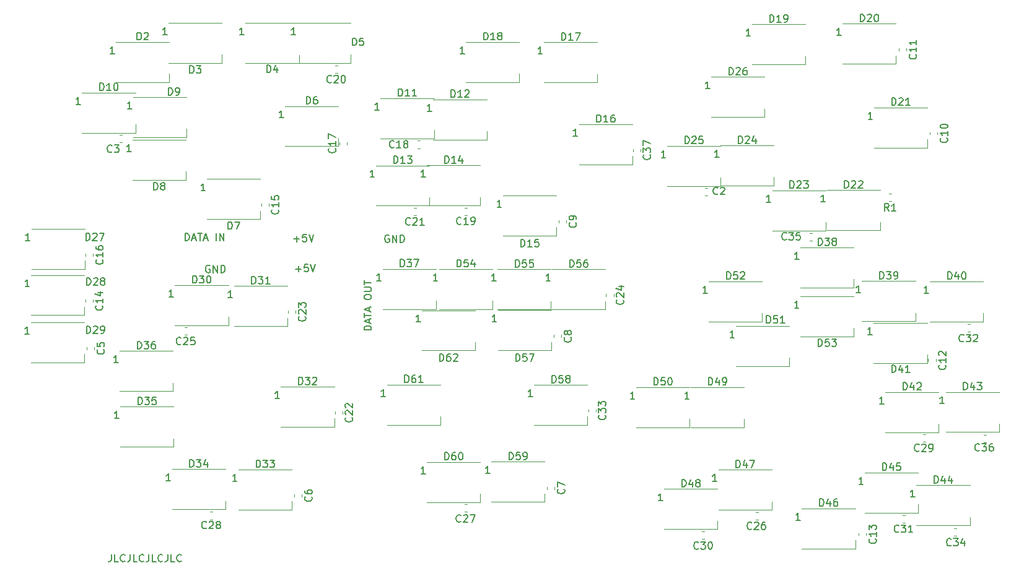
<source format=gbr>
%TF.GenerationSoftware,KiCad,Pcbnew,(5.1.12-1-10_14)*%
%TF.CreationDate,2021-11-27T18:06:18+11:00*%
%TF.ProjectId,SIM CNTL Panel PCB V2,53494d20-434e-4544-9c20-50616e656c20,rev?*%
%TF.SameCoordinates,Original*%
%TF.FileFunction,Legend,Top*%
%TF.FilePolarity,Positive*%
%FSLAX46Y46*%
G04 Gerber Fmt 4.6, Leading zero omitted, Abs format (unit mm)*
G04 Created by KiCad (PCBNEW (5.1.12-1-10_14)) date 2021-11-27 18:06:18*
%MOMM*%
%LPD*%
G01*
G04 APERTURE LIST*
%ADD10C,0.150000*%
%ADD11C,0.120000*%
G04 APERTURE END LIST*
D10*
X93105952Y-126952380D02*
X93105952Y-127666666D01*
X93058333Y-127809523D01*
X92963095Y-127904761D01*
X92820238Y-127952380D01*
X92725000Y-127952380D01*
X94058333Y-127952380D02*
X93582142Y-127952380D01*
X93582142Y-126952380D01*
X94963095Y-127857142D02*
X94915476Y-127904761D01*
X94772619Y-127952380D01*
X94677380Y-127952380D01*
X94534523Y-127904761D01*
X94439285Y-127809523D01*
X94391666Y-127714285D01*
X94344047Y-127523809D01*
X94344047Y-127380952D01*
X94391666Y-127190476D01*
X94439285Y-127095238D01*
X94534523Y-127000000D01*
X94677380Y-126952380D01*
X94772619Y-126952380D01*
X94915476Y-127000000D01*
X94963095Y-127047619D01*
X95677380Y-126952380D02*
X95677380Y-127666666D01*
X95629761Y-127809523D01*
X95534523Y-127904761D01*
X95391666Y-127952380D01*
X95296428Y-127952380D01*
X96629761Y-127952380D02*
X96153571Y-127952380D01*
X96153571Y-126952380D01*
X97534523Y-127857142D02*
X97486904Y-127904761D01*
X97344047Y-127952380D01*
X97248809Y-127952380D01*
X97105952Y-127904761D01*
X97010714Y-127809523D01*
X96963095Y-127714285D01*
X96915476Y-127523809D01*
X96915476Y-127380952D01*
X96963095Y-127190476D01*
X97010714Y-127095238D01*
X97105952Y-127000000D01*
X97248809Y-126952380D01*
X97344047Y-126952380D01*
X97486904Y-127000000D01*
X97534523Y-127047619D01*
X98248809Y-126952380D02*
X98248809Y-127666666D01*
X98201190Y-127809523D01*
X98105952Y-127904761D01*
X97963095Y-127952380D01*
X97867857Y-127952380D01*
X99201190Y-127952380D02*
X98725000Y-127952380D01*
X98725000Y-126952380D01*
X100105952Y-127857142D02*
X100058333Y-127904761D01*
X99915476Y-127952380D01*
X99820238Y-127952380D01*
X99677380Y-127904761D01*
X99582142Y-127809523D01*
X99534523Y-127714285D01*
X99486904Y-127523809D01*
X99486904Y-127380952D01*
X99534523Y-127190476D01*
X99582142Y-127095238D01*
X99677380Y-127000000D01*
X99820238Y-126952380D01*
X99915476Y-126952380D01*
X100058333Y-127000000D01*
X100105952Y-127047619D01*
X100820238Y-126952380D02*
X100820238Y-127666666D01*
X100772619Y-127809523D01*
X100677380Y-127904761D01*
X100534523Y-127952380D01*
X100439285Y-127952380D01*
X101772619Y-127952380D02*
X101296428Y-127952380D01*
X101296428Y-126952380D01*
X102677380Y-127857142D02*
X102629761Y-127904761D01*
X102486904Y-127952380D01*
X102391666Y-127952380D01*
X102248809Y-127904761D01*
X102153571Y-127809523D01*
X102105952Y-127714285D01*
X102058333Y-127523809D01*
X102058333Y-127380952D01*
X102105952Y-127190476D01*
X102153571Y-127095238D01*
X102248809Y-127000000D01*
X102391666Y-126952380D01*
X102486904Y-126952380D01*
X102629761Y-127000000D01*
X102677380Y-127047619D01*
X128652380Y-96234523D02*
X127652380Y-96234523D01*
X127652380Y-95996428D01*
X127700000Y-95853571D01*
X127795238Y-95758333D01*
X127890476Y-95710714D01*
X128080952Y-95663095D01*
X128223809Y-95663095D01*
X128414285Y-95710714D01*
X128509523Y-95758333D01*
X128604761Y-95853571D01*
X128652380Y-95996428D01*
X128652380Y-96234523D01*
X128366666Y-95282142D02*
X128366666Y-94805952D01*
X128652380Y-95377380D02*
X127652380Y-95044047D01*
X128652380Y-94710714D01*
X127652380Y-94520238D02*
X127652380Y-93948809D01*
X128652380Y-94234523D02*
X127652380Y-94234523D01*
X128366666Y-93663095D02*
X128366666Y-93186904D01*
X128652380Y-93758333D02*
X127652380Y-93425000D01*
X128652380Y-93091666D01*
X127652380Y-91805952D02*
X127652380Y-91615476D01*
X127700000Y-91520238D01*
X127795238Y-91425000D01*
X127985714Y-91377380D01*
X128319047Y-91377380D01*
X128509523Y-91425000D01*
X128604761Y-91520238D01*
X128652380Y-91615476D01*
X128652380Y-91805952D01*
X128604761Y-91901190D01*
X128509523Y-91996428D01*
X128319047Y-92044047D01*
X127985714Y-92044047D01*
X127795238Y-91996428D01*
X127700000Y-91901190D01*
X127652380Y-91805952D01*
X127652380Y-90948809D02*
X128461904Y-90948809D01*
X128557142Y-90901190D01*
X128604761Y-90853571D01*
X128652380Y-90758333D01*
X128652380Y-90567857D01*
X128604761Y-90472619D01*
X128557142Y-90425000D01*
X128461904Y-90377380D01*
X127652380Y-90377380D01*
X127652380Y-90044047D02*
X127652380Y-89472619D01*
X128652380Y-89758333D02*
X127652380Y-89758333D01*
X131063095Y-83275000D02*
X130967857Y-83227380D01*
X130825000Y-83227380D01*
X130682142Y-83275000D01*
X130586904Y-83370238D01*
X130539285Y-83465476D01*
X130491666Y-83655952D01*
X130491666Y-83798809D01*
X130539285Y-83989285D01*
X130586904Y-84084523D01*
X130682142Y-84179761D01*
X130825000Y-84227380D01*
X130920238Y-84227380D01*
X131063095Y-84179761D01*
X131110714Y-84132142D01*
X131110714Y-83798809D01*
X130920238Y-83798809D01*
X131539285Y-84227380D02*
X131539285Y-83227380D01*
X132110714Y-84227380D01*
X132110714Y-83227380D01*
X132586904Y-84227380D02*
X132586904Y-83227380D01*
X132825000Y-83227380D01*
X132967857Y-83275000D01*
X133063095Y-83370238D01*
X133110714Y-83465476D01*
X133158333Y-83655952D01*
X133158333Y-83798809D01*
X133110714Y-83989285D01*
X133063095Y-84084523D01*
X132967857Y-84179761D01*
X132825000Y-84227380D01*
X132586904Y-84227380D01*
X118289285Y-87871428D02*
X119051190Y-87871428D01*
X118670238Y-88252380D02*
X118670238Y-87490476D01*
X120003571Y-87252380D02*
X119527380Y-87252380D01*
X119479761Y-87728571D01*
X119527380Y-87680952D01*
X119622619Y-87633333D01*
X119860714Y-87633333D01*
X119955952Y-87680952D01*
X120003571Y-87728571D01*
X120051190Y-87823809D01*
X120051190Y-88061904D01*
X120003571Y-88157142D01*
X119955952Y-88204761D01*
X119860714Y-88252380D01*
X119622619Y-88252380D01*
X119527380Y-88204761D01*
X119479761Y-88157142D01*
X120336904Y-87252380D02*
X120670238Y-88252380D01*
X121003571Y-87252380D01*
X118064285Y-83771428D02*
X118826190Y-83771428D01*
X118445238Y-84152380D02*
X118445238Y-83390476D01*
X119778571Y-83152380D02*
X119302380Y-83152380D01*
X119254761Y-83628571D01*
X119302380Y-83580952D01*
X119397619Y-83533333D01*
X119635714Y-83533333D01*
X119730952Y-83580952D01*
X119778571Y-83628571D01*
X119826190Y-83723809D01*
X119826190Y-83961904D01*
X119778571Y-84057142D01*
X119730952Y-84104761D01*
X119635714Y-84152380D01*
X119397619Y-84152380D01*
X119302380Y-84104761D01*
X119254761Y-84057142D01*
X120111904Y-83152380D02*
X120445238Y-84152380D01*
X120778571Y-83152380D01*
X106563095Y-87425000D02*
X106467857Y-87377380D01*
X106325000Y-87377380D01*
X106182142Y-87425000D01*
X106086904Y-87520238D01*
X106039285Y-87615476D01*
X105991666Y-87805952D01*
X105991666Y-87948809D01*
X106039285Y-88139285D01*
X106086904Y-88234523D01*
X106182142Y-88329761D01*
X106325000Y-88377380D01*
X106420238Y-88377380D01*
X106563095Y-88329761D01*
X106610714Y-88282142D01*
X106610714Y-87948809D01*
X106420238Y-87948809D01*
X107039285Y-88377380D02*
X107039285Y-87377380D01*
X107610714Y-88377380D01*
X107610714Y-87377380D01*
X108086904Y-88377380D02*
X108086904Y-87377380D01*
X108325000Y-87377380D01*
X108467857Y-87425000D01*
X108563095Y-87520238D01*
X108610714Y-87615476D01*
X108658333Y-87805952D01*
X108658333Y-87948809D01*
X108610714Y-88139285D01*
X108563095Y-88234523D01*
X108467857Y-88329761D01*
X108325000Y-88377380D01*
X108086904Y-88377380D01*
X103207142Y-84002380D02*
X103207142Y-83002380D01*
X103445238Y-83002380D01*
X103588095Y-83050000D01*
X103683333Y-83145238D01*
X103730952Y-83240476D01*
X103778571Y-83430952D01*
X103778571Y-83573809D01*
X103730952Y-83764285D01*
X103683333Y-83859523D01*
X103588095Y-83954761D01*
X103445238Y-84002380D01*
X103207142Y-84002380D01*
X104159523Y-83716666D02*
X104635714Y-83716666D01*
X104064285Y-84002380D02*
X104397619Y-83002380D01*
X104730952Y-84002380D01*
X104921428Y-83002380D02*
X105492857Y-83002380D01*
X105207142Y-84002380D02*
X105207142Y-83002380D01*
X105778571Y-83716666D02*
X106254761Y-83716666D01*
X105683333Y-84002380D02*
X106016666Y-83002380D01*
X106350000Y-84002380D01*
X107445238Y-84002380D02*
X107445238Y-83002380D01*
X107921428Y-84002380D02*
X107921428Y-83002380D01*
X108492857Y-84002380D01*
X108492857Y-83002380D01*
D11*
%TO.C,C2*%
X174219721Y-77800000D02*
X174545279Y-77800000D01*
X174219721Y-76780000D02*
X174545279Y-76780000D01*
%TO.C,D2*%
X93733600Y-56838400D02*
X101033600Y-56838400D01*
X93733600Y-62338400D02*
X101033600Y-62338400D01*
X101033600Y-62338400D02*
X101033600Y-61188400D01*
%TO.C,C29*%
X204049721Y-111560000D02*
X204375279Y-111560000D01*
X204049721Y-110540000D02*
X204375279Y-110540000D01*
%TO.C,C18*%
X134999721Y-71360000D02*
X135325279Y-71360000D01*
X134999721Y-70340000D02*
X135325279Y-70340000D01*
%TO.C,C17*%
X125280000Y-70880279D02*
X125280000Y-70554721D01*
X124260000Y-70880279D02*
X124260000Y-70554721D01*
%TO.C,C37*%
X164415000Y-71474721D02*
X164415000Y-71800279D01*
X165435000Y-71474721D02*
X165435000Y-71800279D01*
%TO.C,C36*%
X212324721Y-111585000D02*
X212650279Y-111585000D01*
X212324721Y-110565000D02*
X212650279Y-110565000D01*
%TO.C,C35*%
X188574721Y-83985000D02*
X188900279Y-83985000D01*
X188574721Y-82965000D02*
X188900279Y-82965000D01*
%TO.C,C34*%
X208299721Y-124385000D02*
X208625279Y-124385000D01*
X208299721Y-123365000D02*
X208625279Y-123365000D01*
%TO.C,C33*%
X158290000Y-107099721D02*
X158290000Y-107425279D01*
X159310000Y-107099721D02*
X159310000Y-107425279D01*
%TO.C,C32*%
X210149721Y-96460000D02*
X210475279Y-96460000D01*
X210149721Y-95440000D02*
X210475279Y-95440000D01*
%TO.C,C31*%
X201249721Y-122610000D02*
X201575279Y-122610000D01*
X201249721Y-121590000D02*
X201575279Y-121590000D01*
%TO.C,C30*%
X173849721Y-124860000D02*
X174175279Y-124860000D01*
X173849721Y-123840000D02*
X174175279Y-123840000D01*
%TO.C,C28*%
X106587221Y-122160000D02*
X106912779Y-122160000D01*
X106587221Y-121140000D02*
X106912779Y-121140000D01*
%TO.C,C27*%
X141399721Y-121110000D02*
X141725279Y-121110000D01*
X141399721Y-120090000D02*
X141725279Y-120090000D01*
%TO.C,C26*%
X181199721Y-122210000D02*
X181525279Y-122210000D01*
X181199721Y-121190000D02*
X181525279Y-121190000D01*
%TO.C,C25*%
X103099721Y-96910000D02*
X103425279Y-96910000D01*
X103099721Y-95890000D02*
X103425279Y-95890000D01*
%TO.C,C24*%
X160740000Y-91299721D02*
X160740000Y-91625279D01*
X161760000Y-91299721D02*
X161760000Y-91625279D01*
%TO.C,C23*%
X117290000Y-93599721D02*
X117290000Y-93925279D01*
X118310000Y-93599721D02*
X118310000Y-93925279D01*
%TO.C,C22*%
X123690000Y-107387221D02*
X123690000Y-107712779D01*
X124710000Y-107387221D02*
X124710000Y-107712779D01*
%TO.C,C21*%
X134449721Y-80560000D02*
X134775279Y-80560000D01*
X134449721Y-79540000D02*
X134775279Y-79540000D01*
%TO.C,C20*%
X123699721Y-61060000D02*
X124025279Y-61060000D01*
X123699721Y-60040000D02*
X124025279Y-60040000D01*
%TO.C,C19*%
X141399721Y-80510000D02*
X141725279Y-80510000D01*
X141399721Y-79490000D02*
X141725279Y-79490000D01*
%TO.C,C16*%
X89590000Y-85799721D02*
X89590000Y-86125279D01*
X90610000Y-85799721D02*
X90610000Y-86125279D01*
%TO.C,C15*%
X113590000Y-78949721D02*
X113590000Y-79275279D01*
X114610000Y-78949721D02*
X114610000Y-79275279D01*
%TO.C,C14*%
X89540000Y-92099721D02*
X89540000Y-92425279D01*
X90560000Y-92099721D02*
X90560000Y-92425279D01*
%TO.C,R1*%
X199704779Y-77569600D02*
X199379221Y-77569600D01*
X199704779Y-78589600D02*
X199379221Y-78589600D01*
%TO.C,C13*%
X195273000Y-124028221D02*
X195273000Y-124353779D01*
X196293000Y-124028221D02*
X196293000Y-124353779D01*
%TO.C,C12*%
X205785000Y-100550279D02*
X205785000Y-100224721D01*
X204765000Y-100550279D02*
X204765000Y-100224721D01*
%TO.C,C11*%
X200757000Y-57713521D02*
X200757000Y-58039079D01*
X201777000Y-57713521D02*
X201777000Y-58039079D01*
%TO.C,C10*%
X205009000Y-69166421D02*
X205009000Y-69491979D01*
X206029000Y-69166421D02*
X206029000Y-69491979D01*
%TO.C,C9*%
X154285000Y-81216221D02*
X154285000Y-81541779D01*
X155305000Y-81216221D02*
X155305000Y-81541779D01*
%TO.C,C8*%
X153594000Y-96921221D02*
X153594000Y-97246779D01*
X154614000Y-96921221D02*
X154614000Y-97246779D01*
%TO.C,C7*%
X152680000Y-117685221D02*
X152680000Y-118010779D01*
X153700000Y-117685221D02*
X153700000Y-118010779D01*
%TO.C,C6*%
X118146000Y-118732221D02*
X118146000Y-119057779D01*
X119166000Y-118732221D02*
X119166000Y-119057779D01*
%TO.C,C5*%
X89769200Y-98587321D02*
X89769200Y-98912879D01*
X90789200Y-98587321D02*
X90789200Y-98912879D01*
%TO.C,C3*%
X94237221Y-70560000D02*
X94562779Y-70560000D01*
X94237221Y-69540000D02*
X94562779Y-69540000D01*
%TO.C,D62*%
X135567000Y-93541400D02*
X142867000Y-93541400D01*
X135567000Y-99041400D02*
X142867000Y-99041400D01*
X142867000Y-99041400D02*
X142867000Y-97891400D01*
%TO.C,D61*%
X130781000Y-103727000D02*
X138081000Y-103727000D01*
X130781000Y-109227000D02*
X138081000Y-109227000D01*
X138081000Y-109227000D02*
X138081000Y-108077000D01*
%TO.C,D60*%
X136242000Y-114293000D02*
X143542000Y-114293000D01*
X136242000Y-119793000D02*
X143542000Y-119793000D01*
X143542000Y-119793000D02*
X143542000Y-118643000D01*
%TO.C,D59*%
X145042000Y-114268000D02*
X152342000Y-114268000D01*
X145042000Y-119768000D02*
X152342000Y-119768000D01*
X152342000Y-119768000D02*
X152342000Y-118618000D01*
%TO.C,D58*%
X150897000Y-103752000D02*
X158197000Y-103752000D01*
X150897000Y-109252000D02*
X158197000Y-109252000D01*
X158197000Y-109252000D02*
X158197000Y-108102000D01*
%TO.C,D57*%
X145970000Y-93515800D02*
X153270000Y-93515800D01*
X145970000Y-99015800D02*
X153270000Y-99015800D01*
X153270000Y-99015800D02*
X153270000Y-97865800D01*
%TO.C,D56*%
X153336000Y-87927800D02*
X160636000Y-87927800D01*
X153336000Y-93427800D02*
X160636000Y-93427800D01*
X160636000Y-93427800D02*
X160636000Y-92277800D01*
%TO.C,D55*%
X145905000Y-87928000D02*
X153205000Y-87928000D01*
X145905000Y-93428000D02*
X153205000Y-93428000D01*
X153205000Y-93428000D02*
X153205000Y-92278000D01*
%TO.C,D54*%
X137918000Y-87902800D02*
X145218000Y-87902800D01*
X137918000Y-93402800D02*
X145218000Y-93402800D01*
X145218000Y-93402800D02*
X145218000Y-92252800D01*
%TO.C,D53*%
X187282000Y-91611000D02*
X194582000Y-91611000D01*
X187282000Y-97111000D02*
X194582000Y-97111000D01*
X194582000Y-97111000D02*
X194582000Y-95961000D01*
%TO.C,D52*%
X174773000Y-89578800D02*
X182073000Y-89578800D01*
X174773000Y-95078800D02*
X182073000Y-95078800D01*
X182073000Y-95078800D02*
X182073000Y-93928800D01*
%TO.C,D51*%
X178482000Y-95700200D02*
X185782000Y-95700200D01*
X178482000Y-101200200D02*
X185782000Y-101200200D01*
X185782000Y-101200200D02*
X185782000Y-100050200D01*
%TO.C,D50*%
X164842000Y-104057000D02*
X172142000Y-104057000D01*
X164842000Y-109557000D02*
X172142000Y-109557000D01*
X172142000Y-109557000D02*
X172142000Y-108407000D01*
%TO.C,D49*%
X172296000Y-104057000D02*
X179596000Y-104057000D01*
X172296000Y-109557000D02*
X179596000Y-109557000D01*
X179596000Y-109557000D02*
X179596000Y-108407000D01*
%TO.C,D48*%
X168664000Y-118002000D02*
X175964000Y-118002000D01*
X168664000Y-123502000D02*
X175964000Y-123502000D01*
X175964000Y-123502000D02*
X175964000Y-122352000D01*
%TO.C,D47*%
X176069000Y-115360000D02*
X183369000Y-115360000D01*
X176069000Y-120860000D02*
X183369000Y-120860000D01*
X183369000Y-120860000D02*
X183369000Y-119710000D01*
%TO.C,D46*%
X187485000Y-120643000D02*
X194785000Y-120643000D01*
X187485000Y-126143000D02*
X194785000Y-126143000D01*
X194785000Y-126143000D02*
X194785000Y-124993000D01*
%TO.C,D45*%
X196084000Y-115741000D02*
X203384000Y-115741000D01*
X196084000Y-121241000D02*
X203384000Y-121241000D01*
X203384000Y-121241000D02*
X203384000Y-120091000D01*
%TO.C,D44*%
X203145000Y-117493000D02*
X210445000Y-117493000D01*
X203145000Y-122993000D02*
X210445000Y-122993000D01*
X210445000Y-122993000D02*
X210445000Y-121843000D01*
%TO.C,D43*%
X207145000Y-104717000D02*
X214445000Y-104717000D01*
X207145000Y-110217000D02*
X214445000Y-110217000D01*
X214445000Y-110217000D02*
X214445000Y-109067000D01*
%TO.C,D42*%
X198890000Y-104743000D02*
X206190000Y-104743000D01*
X198890000Y-110243000D02*
X206190000Y-110243000D01*
X206190000Y-110243000D02*
X206190000Y-109093000D01*
%TO.C,D41*%
X197303000Y-95243000D02*
X204603000Y-95243000D01*
X197303000Y-100743000D02*
X204603000Y-100743000D01*
X204603000Y-100743000D02*
X204603000Y-99593000D01*
%TO.C,D40*%
X204999000Y-89579200D02*
X212299000Y-89579200D01*
X204999000Y-95079200D02*
X212299000Y-95079200D01*
X212299000Y-95079200D02*
X212299000Y-93929200D01*
%TO.C,D39*%
X195703000Y-89553400D02*
X203003000Y-89553400D01*
X195703000Y-95053400D02*
X203003000Y-95053400D01*
X203003000Y-95053400D02*
X203003000Y-93903400D01*
%TO.C,D38*%
X187293000Y-84956000D02*
X194593000Y-84956000D01*
X187293000Y-90456000D02*
X194593000Y-90456000D01*
X194593000Y-90456000D02*
X194593000Y-89306000D01*
%TO.C,D37*%
X130183000Y-87877200D02*
X137483000Y-87877200D01*
X130183000Y-93377200D02*
X137483000Y-93377200D01*
X137483000Y-93377200D02*
X137483000Y-92227200D01*
%TO.C,D36*%
X94241600Y-99104000D02*
X101541600Y-99104000D01*
X94241600Y-104604000D02*
X101541600Y-104604000D01*
X101541600Y-104604000D02*
X101541600Y-103454000D01*
%TO.C,D35*%
X94331600Y-106724000D02*
X101631600Y-106724000D01*
X94331600Y-112224000D02*
X101631600Y-112224000D01*
X101631600Y-112224000D02*
X101631600Y-111074000D01*
%TO.C,D34*%
X101404000Y-115284000D02*
X108704000Y-115284000D01*
X101404000Y-120784000D02*
X108704000Y-120784000D01*
X108704000Y-120784000D02*
X108704000Y-119634000D01*
%TO.C,D33*%
X110486000Y-115334000D02*
X117786000Y-115334000D01*
X110486000Y-120834000D02*
X117786000Y-120834000D01*
X117786000Y-120834000D02*
X117786000Y-119684000D01*
%TO.C,D32*%
X116289000Y-104006000D02*
X123589000Y-104006000D01*
X116289000Y-109506000D02*
X123589000Y-109506000D01*
X123589000Y-109506000D02*
X123589000Y-108356000D01*
%TO.C,D31*%
X109876000Y-90213800D02*
X117176000Y-90213800D01*
X109876000Y-95713800D02*
X117176000Y-95713800D01*
X117176000Y-95713800D02*
X117176000Y-94563800D01*
%TO.C,D30*%
X101799000Y-90112200D02*
X109099000Y-90112200D01*
X101799000Y-95612200D02*
X109099000Y-95612200D01*
X109099000Y-95612200D02*
X109099000Y-94462200D01*
%TO.C,D29*%
X82088800Y-95192200D02*
X89388800Y-95192200D01*
X82088800Y-100692200D02*
X89388800Y-100692200D01*
X89388800Y-100692200D02*
X89388800Y-99542200D01*
%TO.C,D28*%
X82114200Y-88715200D02*
X89414200Y-88715200D01*
X82114200Y-94215200D02*
X89414200Y-94215200D01*
X89414200Y-94215200D02*
X89414200Y-93065200D01*
%TO.C,D27*%
X82190400Y-82390600D02*
X89490400Y-82390600D01*
X82190400Y-87890600D02*
X89490400Y-87890600D01*
X89490400Y-87890600D02*
X89490400Y-86740600D01*
%TO.C,D26*%
X175104000Y-61613400D02*
X182404000Y-61613400D01*
X175104000Y-67113400D02*
X182404000Y-67113400D01*
X182404000Y-67113400D02*
X182404000Y-65963400D01*
%TO.C,D25*%
X169082000Y-71036800D02*
X176382000Y-71036800D01*
X169082000Y-76536800D02*
X176382000Y-76536800D01*
X176382000Y-76536800D02*
X176382000Y-75386800D01*
%TO.C,D24*%
X176374000Y-70986000D02*
X183674000Y-70986000D01*
X176374000Y-76486000D02*
X183674000Y-76486000D01*
X183674000Y-76486000D02*
X183674000Y-75336000D01*
%TO.C,D23*%
X183435000Y-77132800D02*
X190735000Y-77132800D01*
X183435000Y-82632800D02*
X190735000Y-82632800D01*
X190735000Y-82632800D02*
X190735000Y-81482800D01*
%TO.C,D22*%
X190902000Y-77107800D02*
X198202000Y-77107800D01*
X190902000Y-82607800D02*
X198202000Y-82607800D01*
X198202000Y-82607800D02*
X198202000Y-81457800D01*
%TO.C,D21*%
X197354000Y-65779000D02*
X204654000Y-65779000D01*
X197354000Y-71279000D02*
X204654000Y-71279000D01*
X204654000Y-71279000D02*
X204654000Y-70129000D01*
%TO.C,D20*%
X193048000Y-54323800D02*
X200348000Y-54323800D01*
X193048000Y-59823800D02*
X200348000Y-59823800D01*
X200348000Y-59823800D02*
X200348000Y-58673800D01*
%TO.C,D19*%
X180664000Y-54399800D02*
X187964000Y-54399800D01*
X180664000Y-59899800D02*
X187964000Y-59899800D01*
X187964000Y-59899800D02*
X187964000Y-58749800D01*
%TO.C,D18*%
X141576000Y-56838200D02*
X148876000Y-56838200D01*
X141576000Y-62338200D02*
X148876000Y-62338200D01*
X148876000Y-62338200D02*
X148876000Y-61188200D01*
%TO.C,D17*%
X152230000Y-56863800D02*
X159530000Y-56863800D01*
X152230000Y-62363800D02*
X159530000Y-62363800D01*
X159530000Y-62363800D02*
X159530000Y-61213800D01*
%TO.C,D16*%
X157030000Y-68090600D02*
X164330000Y-68090600D01*
X157030000Y-73590600D02*
X164330000Y-73590600D01*
X164330000Y-73590600D02*
X164330000Y-72440600D01*
%TO.C,D15*%
X146630000Y-77818600D02*
X153930000Y-77818600D01*
X146630000Y-83318600D02*
X153930000Y-83318600D01*
X153930000Y-83318600D02*
X153930000Y-82168600D01*
%TO.C,D14*%
X136242000Y-73703800D02*
X143542000Y-73703800D01*
X136242000Y-79203800D02*
X143542000Y-79203800D01*
X143542000Y-79203800D02*
X143542000Y-78053800D01*
%TO.C,D13*%
X129282000Y-73729200D02*
X136582000Y-73729200D01*
X129282000Y-79229200D02*
X136582000Y-79229200D01*
X136582000Y-79229200D02*
X136582000Y-78079200D01*
%TO.C,D12*%
X137105000Y-64686800D02*
X144405000Y-64686800D01*
X137105000Y-70186800D02*
X144405000Y-70186800D01*
X144405000Y-70186800D02*
X144405000Y-69036800D01*
%TO.C,D11*%
X129917000Y-64534400D02*
X137217000Y-64534400D01*
X129917000Y-70034400D02*
X137217000Y-70034400D01*
X137217000Y-70034400D02*
X137217000Y-68884400D01*
%TO.C,D10*%
X89099200Y-63747000D02*
X96399200Y-63747000D01*
X89099200Y-69247000D02*
X96399200Y-69247000D01*
X96399200Y-69247000D02*
X96399200Y-68097000D01*
%TO.C,D9*%
X96109600Y-64356600D02*
X103409600Y-64356600D01*
X96109600Y-69856600D02*
X103409600Y-69856600D01*
X103409600Y-69856600D02*
X103409600Y-68706600D01*
%TO.C,D8*%
X96019600Y-70224200D02*
X103319600Y-70224200D01*
X96019600Y-75724200D02*
X103319600Y-75724200D01*
X103319600Y-75724200D02*
X103319600Y-74574200D01*
%TO.C,D7*%
X106168000Y-75583400D02*
X113468000Y-75583400D01*
X106168000Y-81083400D02*
X113468000Y-81083400D01*
X113468000Y-81083400D02*
X113468000Y-79933400D01*
%TO.C,D6*%
X116861000Y-65601200D02*
X124161000Y-65601200D01*
X116861000Y-71101200D02*
X124161000Y-71101200D01*
X124161000Y-71101200D02*
X124161000Y-69951200D01*
%TO.C,D5*%
X118510000Y-54222400D02*
X125810000Y-54222400D01*
X118510000Y-59722400D02*
X125810000Y-59722400D01*
X125810000Y-59722400D02*
X125810000Y-58572400D01*
%TO.C,D4*%
X111449000Y-54247800D02*
X118749000Y-54247800D01*
X111449000Y-59747800D02*
X118749000Y-59747800D01*
X118749000Y-59747800D02*
X118749000Y-58597800D01*
%TO.C,D3*%
X100947000Y-54222200D02*
X108247000Y-54222200D01*
X100947000Y-59722200D02*
X108247000Y-59722200D01*
X108247000Y-59722200D02*
X108247000Y-58572200D01*
%TO.C,C2*%
D10*
X176002433Y-77599142D02*
X175954814Y-77646761D01*
X175811957Y-77694380D01*
X175716719Y-77694380D01*
X175573861Y-77646761D01*
X175478623Y-77551523D01*
X175431004Y-77456285D01*
X175383385Y-77265809D01*
X175383385Y-77122952D01*
X175431004Y-76932476D01*
X175478623Y-76837238D01*
X175573861Y-76742000D01*
X175716719Y-76694380D01*
X175811957Y-76694380D01*
X175954814Y-76742000D01*
X176002433Y-76789619D01*
X176383385Y-76789619D02*
X176431004Y-76742000D01*
X176526242Y-76694380D01*
X176764338Y-76694380D01*
X176859576Y-76742000D01*
X176907195Y-76789619D01*
X176954814Y-76884857D01*
X176954814Y-76980095D01*
X176907195Y-77122952D01*
X176335766Y-77694380D01*
X176954814Y-77694380D01*
%TO.C,D2*%
X96645504Y-56540780D02*
X96645504Y-55540780D01*
X96883600Y-55540780D01*
X97026457Y-55588400D01*
X97121695Y-55683638D01*
X97169314Y-55778876D01*
X97216933Y-55969352D01*
X97216933Y-56112209D01*
X97169314Y-56302685D01*
X97121695Y-56397923D01*
X97026457Y-56493161D01*
X96883600Y-56540780D01*
X96645504Y-56540780D01*
X97597885Y-55636019D02*
X97645504Y-55588400D01*
X97740742Y-55540780D01*
X97978838Y-55540780D01*
X98074076Y-55588400D01*
X98121695Y-55636019D01*
X98169314Y-55731257D01*
X98169314Y-55826495D01*
X98121695Y-55969352D01*
X97550266Y-56540780D01*
X98169314Y-56540780D01*
X93519314Y-58440780D02*
X92947885Y-58440780D01*
X93233600Y-58440780D02*
X93233600Y-57440780D01*
X93138361Y-57583638D01*
X93043123Y-57678876D01*
X92947885Y-57726495D01*
%TO.C,C29*%
X203507142Y-112757142D02*
X203459523Y-112804761D01*
X203316666Y-112852380D01*
X203221428Y-112852380D01*
X203078571Y-112804761D01*
X202983333Y-112709523D01*
X202935714Y-112614285D01*
X202888095Y-112423809D01*
X202888095Y-112280952D01*
X202935714Y-112090476D01*
X202983333Y-111995238D01*
X203078571Y-111900000D01*
X203221428Y-111852380D01*
X203316666Y-111852380D01*
X203459523Y-111900000D01*
X203507142Y-111947619D01*
X203888095Y-111947619D02*
X203935714Y-111900000D01*
X204030952Y-111852380D01*
X204269047Y-111852380D01*
X204364285Y-111900000D01*
X204411904Y-111947619D01*
X204459523Y-112042857D01*
X204459523Y-112138095D01*
X204411904Y-112280952D01*
X203840476Y-112852380D01*
X204459523Y-112852380D01*
X204935714Y-112852380D02*
X205126190Y-112852380D01*
X205221428Y-112804761D01*
X205269047Y-112757142D01*
X205364285Y-112614285D01*
X205411904Y-112423809D01*
X205411904Y-112042857D01*
X205364285Y-111947619D01*
X205316666Y-111900000D01*
X205221428Y-111852380D01*
X205030952Y-111852380D01*
X204935714Y-111900000D01*
X204888095Y-111947619D01*
X204840476Y-112042857D01*
X204840476Y-112280952D01*
X204888095Y-112376190D01*
X204935714Y-112423809D01*
X205030952Y-112471428D01*
X205221428Y-112471428D01*
X205316666Y-112423809D01*
X205364285Y-112376190D01*
X205411904Y-112280952D01*
%TO.C,C18*%
X131732142Y-71207142D02*
X131684523Y-71254761D01*
X131541666Y-71302380D01*
X131446428Y-71302380D01*
X131303571Y-71254761D01*
X131208333Y-71159523D01*
X131160714Y-71064285D01*
X131113095Y-70873809D01*
X131113095Y-70730952D01*
X131160714Y-70540476D01*
X131208333Y-70445238D01*
X131303571Y-70350000D01*
X131446428Y-70302380D01*
X131541666Y-70302380D01*
X131684523Y-70350000D01*
X131732142Y-70397619D01*
X132684523Y-71302380D02*
X132113095Y-71302380D01*
X132398809Y-71302380D02*
X132398809Y-70302380D01*
X132303571Y-70445238D01*
X132208333Y-70540476D01*
X132113095Y-70588095D01*
X133255952Y-70730952D02*
X133160714Y-70683333D01*
X133113095Y-70635714D01*
X133065476Y-70540476D01*
X133065476Y-70492857D01*
X133113095Y-70397619D01*
X133160714Y-70350000D01*
X133255952Y-70302380D01*
X133446428Y-70302380D01*
X133541666Y-70350000D01*
X133589285Y-70397619D01*
X133636904Y-70492857D01*
X133636904Y-70540476D01*
X133589285Y-70635714D01*
X133541666Y-70683333D01*
X133446428Y-70730952D01*
X133255952Y-70730952D01*
X133160714Y-70778571D01*
X133113095Y-70826190D01*
X133065476Y-70921428D01*
X133065476Y-71111904D01*
X133113095Y-71207142D01*
X133160714Y-71254761D01*
X133255952Y-71302380D01*
X133446428Y-71302380D01*
X133541666Y-71254761D01*
X133589285Y-71207142D01*
X133636904Y-71111904D01*
X133636904Y-70921428D01*
X133589285Y-70826190D01*
X133541666Y-70778571D01*
X133446428Y-70730952D01*
%TO.C,C17*%
X123697142Y-71360357D02*
X123744761Y-71407976D01*
X123792380Y-71550833D01*
X123792380Y-71646071D01*
X123744761Y-71788928D01*
X123649523Y-71884166D01*
X123554285Y-71931785D01*
X123363809Y-71979404D01*
X123220952Y-71979404D01*
X123030476Y-71931785D01*
X122935238Y-71884166D01*
X122840000Y-71788928D01*
X122792380Y-71646071D01*
X122792380Y-71550833D01*
X122840000Y-71407976D01*
X122887619Y-71360357D01*
X123792380Y-70407976D02*
X123792380Y-70979404D01*
X123792380Y-70693690D02*
X122792380Y-70693690D01*
X122935238Y-70788928D01*
X123030476Y-70884166D01*
X123078095Y-70979404D01*
X122792380Y-70074642D02*
X122792380Y-69407976D01*
X123792380Y-69836547D01*
%TO.C,C37*%
X166712142Y-72280357D02*
X166759761Y-72327976D01*
X166807380Y-72470833D01*
X166807380Y-72566071D01*
X166759761Y-72708928D01*
X166664523Y-72804166D01*
X166569285Y-72851785D01*
X166378809Y-72899404D01*
X166235952Y-72899404D01*
X166045476Y-72851785D01*
X165950238Y-72804166D01*
X165855000Y-72708928D01*
X165807380Y-72566071D01*
X165807380Y-72470833D01*
X165855000Y-72327976D01*
X165902619Y-72280357D01*
X165807380Y-71947023D02*
X165807380Y-71327976D01*
X166188333Y-71661309D01*
X166188333Y-71518452D01*
X166235952Y-71423214D01*
X166283571Y-71375595D01*
X166378809Y-71327976D01*
X166616904Y-71327976D01*
X166712142Y-71375595D01*
X166759761Y-71423214D01*
X166807380Y-71518452D01*
X166807380Y-71804166D01*
X166759761Y-71899404D01*
X166712142Y-71947023D01*
X165807380Y-70994642D02*
X165807380Y-70327976D01*
X166807380Y-70756547D01*
%TO.C,C36*%
X211757142Y-112707142D02*
X211709523Y-112754761D01*
X211566666Y-112802380D01*
X211471428Y-112802380D01*
X211328571Y-112754761D01*
X211233333Y-112659523D01*
X211185714Y-112564285D01*
X211138095Y-112373809D01*
X211138095Y-112230952D01*
X211185714Y-112040476D01*
X211233333Y-111945238D01*
X211328571Y-111850000D01*
X211471428Y-111802380D01*
X211566666Y-111802380D01*
X211709523Y-111850000D01*
X211757142Y-111897619D01*
X212090476Y-111802380D02*
X212709523Y-111802380D01*
X212376190Y-112183333D01*
X212519047Y-112183333D01*
X212614285Y-112230952D01*
X212661904Y-112278571D01*
X212709523Y-112373809D01*
X212709523Y-112611904D01*
X212661904Y-112707142D01*
X212614285Y-112754761D01*
X212519047Y-112802380D01*
X212233333Y-112802380D01*
X212138095Y-112754761D01*
X212090476Y-112707142D01*
X213566666Y-111802380D02*
X213376190Y-111802380D01*
X213280952Y-111850000D01*
X213233333Y-111897619D01*
X213138095Y-112040476D01*
X213090476Y-112230952D01*
X213090476Y-112611904D01*
X213138095Y-112707142D01*
X213185714Y-112754761D01*
X213280952Y-112802380D01*
X213471428Y-112802380D01*
X213566666Y-112754761D01*
X213614285Y-112707142D01*
X213661904Y-112611904D01*
X213661904Y-112373809D01*
X213614285Y-112278571D01*
X213566666Y-112230952D01*
X213471428Y-112183333D01*
X213280952Y-112183333D01*
X213185714Y-112230952D01*
X213138095Y-112278571D01*
X213090476Y-112373809D01*
%TO.C,C35*%
X185382142Y-83807142D02*
X185334523Y-83854761D01*
X185191666Y-83902380D01*
X185096428Y-83902380D01*
X184953571Y-83854761D01*
X184858333Y-83759523D01*
X184810714Y-83664285D01*
X184763095Y-83473809D01*
X184763095Y-83330952D01*
X184810714Y-83140476D01*
X184858333Y-83045238D01*
X184953571Y-82950000D01*
X185096428Y-82902380D01*
X185191666Y-82902380D01*
X185334523Y-82950000D01*
X185382142Y-82997619D01*
X185715476Y-82902380D02*
X186334523Y-82902380D01*
X186001190Y-83283333D01*
X186144047Y-83283333D01*
X186239285Y-83330952D01*
X186286904Y-83378571D01*
X186334523Y-83473809D01*
X186334523Y-83711904D01*
X186286904Y-83807142D01*
X186239285Y-83854761D01*
X186144047Y-83902380D01*
X185858333Y-83902380D01*
X185763095Y-83854761D01*
X185715476Y-83807142D01*
X187239285Y-82902380D02*
X186763095Y-82902380D01*
X186715476Y-83378571D01*
X186763095Y-83330952D01*
X186858333Y-83283333D01*
X187096428Y-83283333D01*
X187191666Y-83330952D01*
X187239285Y-83378571D01*
X187286904Y-83473809D01*
X187286904Y-83711904D01*
X187239285Y-83807142D01*
X187191666Y-83854761D01*
X187096428Y-83902380D01*
X186858333Y-83902380D01*
X186763095Y-83854761D01*
X186715476Y-83807142D01*
%TO.C,C34*%
X207882142Y-125682142D02*
X207834523Y-125729761D01*
X207691666Y-125777380D01*
X207596428Y-125777380D01*
X207453571Y-125729761D01*
X207358333Y-125634523D01*
X207310714Y-125539285D01*
X207263095Y-125348809D01*
X207263095Y-125205952D01*
X207310714Y-125015476D01*
X207358333Y-124920238D01*
X207453571Y-124825000D01*
X207596428Y-124777380D01*
X207691666Y-124777380D01*
X207834523Y-124825000D01*
X207882142Y-124872619D01*
X208215476Y-124777380D02*
X208834523Y-124777380D01*
X208501190Y-125158333D01*
X208644047Y-125158333D01*
X208739285Y-125205952D01*
X208786904Y-125253571D01*
X208834523Y-125348809D01*
X208834523Y-125586904D01*
X208786904Y-125682142D01*
X208739285Y-125729761D01*
X208644047Y-125777380D01*
X208358333Y-125777380D01*
X208263095Y-125729761D01*
X208215476Y-125682142D01*
X209691666Y-125110714D02*
X209691666Y-125777380D01*
X209453571Y-124729761D02*
X209215476Y-125444047D01*
X209834523Y-125444047D01*
%TO.C,C33*%
X160587142Y-107905357D02*
X160634761Y-107952976D01*
X160682380Y-108095833D01*
X160682380Y-108191071D01*
X160634761Y-108333928D01*
X160539523Y-108429166D01*
X160444285Y-108476785D01*
X160253809Y-108524404D01*
X160110952Y-108524404D01*
X159920476Y-108476785D01*
X159825238Y-108429166D01*
X159730000Y-108333928D01*
X159682380Y-108191071D01*
X159682380Y-108095833D01*
X159730000Y-107952976D01*
X159777619Y-107905357D01*
X159682380Y-107572023D02*
X159682380Y-106952976D01*
X160063333Y-107286309D01*
X160063333Y-107143452D01*
X160110952Y-107048214D01*
X160158571Y-107000595D01*
X160253809Y-106952976D01*
X160491904Y-106952976D01*
X160587142Y-107000595D01*
X160634761Y-107048214D01*
X160682380Y-107143452D01*
X160682380Y-107429166D01*
X160634761Y-107524404D01*
X160587142Y-107572023D01*
X159682380Y-106619642D02*
X159682380Y-106000595D01*
X160063333Y-106333928D01*
X160063333Y-106191071D01*
X160110952Y-106095833D01*
X160158571Y-106048214D01*
X160253809Y-106000595D01*
X160491904Y-106000595D01*
X160587142Y-106048214D01*
X160634761Y-106095833D01*
X160682380Y-106191071D01*
X160682380Y-106476785D01*
X160634761Y-106572023D01*
X160587142Y-106619642D01*
%TO.C,C32*%
X209607142Y-97757142D02*
X209559523Y-97804761D01*
X209416666Y-97852380D01*
X209321428Y-97852380D01*
X209178571Y-97804761D01*
X209083333Y-97709523D01*
X209035714Y-97614285D01*
X208988095Y-97423809D01*
X208988095Y-97280952D01*
X209035714Y-97090476D01*
X209083333Y-96995238D01*
X209178571Y-96900000D01*
X209321428Y-96852380D01*
X209416666Y-96852380D01*
X209559523Y-96900000D01*
X209607142Y-96947619D01*
X209940476Y-96852380D02*
X210559523Y-96852380D01*
X210226190Y-97233333D01*
X210369047Y-97233333D01*
X210464285Y-97280952D01*
X210511904Y-97328571D01*
X210559523Y-97423809D01*
X210559523Y-97661904D01*
X210511904Y-97757142D01*
X210464285Y-97804761D01*
X210369047Y-97852380D01*
X210083333Y-97852380D01*
X209988095Y-97804761D01*
X209940476Y-97757142D01*
X210940476Y-96947619D02*
X210988095Y-96900000D01*
X211083333Y-96852380D01*
X211321428Y-96852380D01*
X211416666Y-96900000D01*
X211464285Y-96947619D01*
X211511904Y-97042857D01*
X211511904Y-97138095D01*
X211464285Y-97280952D01*
X210892857Y-97852380D01*
X211511904Y-97852380D01*
%TO.C,C31*%
X200732142Y-123832142D02*
X200684523Y-123879761D01*
X200541666Y-123927380D01*
X200446428Y-123927380D01*
X200303571Y-123879761D01*
X200208333Y-123784523D01*
X200160714Y-123689285D01*
X200113095Y-123498809D01*
X200113095Y-123355952D01*
X200160714Y-123165476D01*
X200208333Y-123070238D01*
X200303571Y-122975000D01*
X200446428Y-122927380D01*
X200541666Y-122927380D01*
X200684523Y-122975000D01*
X200732142Y-123022619D01*
X201065476Y-122927380D02*
X201684523Y-122927380D01*
X201351190Y-123308333D01*
X201494047Y-123308333D01*
X201589285Y-123355952D01*
X201636904Y-123403571D01*
X201684523Y-123498809D01*
X201684523Y-123736904D01*
X201636904Y-123832142D01*
X201589285Y-123879761D01*
X201494047Y-123927380D01*
X201208333Y-123927380D01*
X201113095Y-123879761D01*
X201065476Y-123832142D01*
X202636904Y-123927380D02*
X202065476Y-123927380D01*
X202351190Y-123927380D02*
X202351190Y-122927380D01*
X202255952Y-123070238D01*
X202160714Y-123165476D01*
X202065476Y-123213095D01*
%TO.C,C30*%
X173357142Y-126132142D02*
X173309523Y-126179761D01*
X173166666Y-126227380D01*
X173071428Y-126227380D01*
X172928571Y-126179761D01*
X172833333Y-126084523D01*
X172785714Y-125989285D01*
X172738095Y-125798809D01*
X172738095Y-125655952D01*
X172785714Y-125465476D01*
X172833333Y-125370238D01*
X172928571Y-125275000D01*
X173071428Y-125227380D01*
X173166666Y-125227380D01*
X173309523Y-125275000D01*
X173357142Y-125322619D01*
X173690476Y-125227380D02*
X174309523Y-125227380D01*
X173976190Y-125608333D01*
X174119047Y-125608333D01*
X174214285Y-125655952D01*
X174261904Y-125703571D01*
X174309523Y-125798809D01*
X174309523Y-126036904D01*
X174261904Y-126132142D01*
X174214285Y-126179761D01*
X174119047Y-126227380D01*
X173833333Y-126227380D01*
X173738095Y-126179761D01*
X173690476Y-126132142D01*
X174928571Y-125227380D02*
X175023809Y-125227380D01*
X175119047Y-125275000D01*
X175166666Y-125322619D01*
X175214285Y-125417857D01*
X175261904Y-125608333D01*
X175261904Y-125846428D01*
X175214285Y-126036904D01*
X175166666Y-126132142D01*
X175119047Y-126179761D01*
X175023809Y-126227380D01*
X174928571Y-126227380D01*
X174833333Y-126179761D01*
X174785714Y-126132142D01*
X174738095Y-126036904D01*
X174690476Y-125846428D01*
X174690476Y-125608333D01*
X174738095Y-125417857D01*
X174785714Y-125322619D01*
X174833333Y-125275000D01*
X174928571Y-125227380D01*
%TO.C,C28*%
X106107142Y-123332142D02*
X106059523Y-123379761D01*
X105916666Y-123427380D01*
X105821428Y-123427380D01*
X105678571Y-123379761D01*
X105583333Y-123284523D01*
X105535714Y-123189285D01*
X105488095Y-122998809D01*
X105488095Y-122855952D01*
X105535714Y-122665476D01*
X105583333Y-122570238D01*
X105678571Y-122475000D01*
X105821428Y-122427380D01*
X105916666Y-122427380D01*
X106059523Y-122475000D01*
X106107142Y-122522619D01*
X106488095Y-122522619D02*
X106535714Y-122475000D01*
X106630952Y-122427380D01*
X106869047Y-122427380D01*
X106964285Y-122475000D01*
X107011904Y-122522619D01*
X107059523Y-122617857D01*
X107059523Y-122713095D01*
X107011904Y-122855952D01*
X106440476Y-123427380D01*
X107059523Y-123427380D01*
X107630952Y-122855952D02*
X107535714Y-122808333D01*
X107488095Y-122760714D01*
X107440476Y-122665476D01*
X107440476Y-122617857D01*
X107488095Y-122522619D01*
X107535714Y-122475000D01*
X107630952Y-122427380D01*
X107821428Y-122427380D01*
X107916666Y-122475000D01*
X107964285Y-122522619D01*
X108011904Y-122617857D01*
X108011904Y-122665476D01*
X107964285Y-122760714D01*
X107916666Y-122808333D01*
X107821428Y-122855952D01*
X107630952Y-122855952D01*
X107535714Y-122903571D01*
X107488095Y-122951190D01*
X107440476Y-123046428D01*
X107440476Y-123236904D01*
X107488095Y-123332142D01*
X107535714Y-123379761D01*
X107630952Y-123427380D01*
X107821428Y-123427380D01*
X107916666Y-123379761D01*
X107964285Y-123332142D01*
X108011904Y-123236904D01*
X108011904Y-123046428D01*
X107964285Y-122951190D01*
X107916666Y-122903571D01*
X107821428Y-122855952D01*
%TO.C,C27*%
X140857142Y-122432142D02*
X140809523Y-122479761D01*
X140666666Y-122527380D01*
X140571428Y-122527380D01*
X140428571Y-122479761D01*
X140333333Y-122384523D01*
X140285714Y-122289285D01*
X140238095Y-122098809D01*
X140238095Y-121955952D01*
X140285714Y-121765476D01*
X140333333Y-121670238D01*
X140428571Y-121575000D01*
X140571428Y-121527380D01*
X140666666Y-121527380D01*
X140809523Y-121575000D01*
X140857142Y-121622619D01*
X141238095Y-121622619D02*
X141285714Y-121575000D01*
X141380952Y-121527380D01*
X141619047Y-121527380D01*
X141714285Y-121575000D01*
X141761904Y-121622619D01*
X141809523Y-121717857D01*
X141809523Y-121813095D01*
X141761904Y-121955952D01*
X141190476Y-122527380D01*
X141809523Y-122527380D01*
X142142857Y-121527380D02*
X142809523Y-121527380D01*
X142380952Y-122527380D01*
%TO.C,C26*%
X180632142Y-123432142D02*
X180584523Y-123479761D01*
X180441666Y-123527380D01*
X180346428Y-123527380D01*
X180203571Y-123479761D01*
X180108333Y-123384523D01*
X180060714Y-123289285D01*
X180013095Y-123098809D01*
X180013095Y-122955952D01*
X180060714Y-122765476D01*
X180108333Y-122670238D01*
X180203571Y-122575000D01*
X180346428Y-122527380D01*
X180441666Y-122527380D01*
X180584523Y-122575000D01*
X180632142Y-122622619D01*
X181013095Y-122622619D02*
X181060714Y-122575000D01*
X181155952Y-122527380D01*
X181394047Y-122527380D01*
X181489285Y-122575000D01*
X181536904Y-122622619D01*
X181584523Y-122717857D01*
X181584523Y-122813095D01*
X181536904Y-122955952D01*
X180965476Y-123527380D01*
X181584523Y-123527380D01*
X182441666Y-122527380D02*
X182251190Y-122527380D01*
X182155952Y-122575000D01*
X182108333Y-122622619D01*
X182013095Y-122765476D01*
X181965476Y-122955952D01*
X181965476Y-123336904D01*
X182013095Y-123432142D01*
X182060714Y-123479761D01*
X182155952Y-123527380D01*
X182346428Y-123527380D01*
X182441666Y-123479761D01*
X182489285Y-123432142D01*
X182536904Y-123336904D01*
X182536904Y-123098809D01*
X182489285Y-123003571D01*
X182441666Y-122955952D01*
X182346428Y-122908333D01*
X182155952Y-122908333D01*
X182060714Y-122955952D01*
X182013095Y-123003571D01*
X181965476Y-123098809D01*
%TO.C,C25*%
X102619642Y-98157142D02*
X102572023Y-98204761D01*
X102429166Y-98252380D01*
X102333928Y-98252380D01*
X102191071Y-98204761D01*
X102095833Y-98109523D01*
X102048214Y-98014285D01*
X102000595Y-97823809D01*
X102000595Y-97680952D01*
X102048214Y-97490476D01*
X102095833Y-97395238D01*
X102191071Y-97300000D01*
X102333928Y-97252380D01*
X102429166Y-97252380D01*
X102572023Y-97300000D01*
X102619642Y-97347619D01*
X103000595Y-97347619D02*
X103048214Y-97300000D01*
X103143452Y-97252380D01*
X103381547Y-97252380D01*
X103476785Y-97300000D01*
X103524404Y-97347619D01*
X103572023Y-97442857D01*
X103572023Y-97538095D01*
X103524404Y-97680952D01*
X102952976Y-98252380D01*
X103572023Y-98252380D01*
X104476785Y-97252380D02*
X104000595Y-97252380D01*
X103952976Y-97728571D01*
X104000595Y-97680952D01*
X104095833Y-97633333D01*
X104333928Y-97633333D01*
X104429166Y-97680952D01*
X104476785Y-97728571D01*
X104524404Y-97823809D01*
X104524404Y-98061904D01*
X104476785Y-98157142D01*
X104429166Y-98204761D01*
X104333928Y-98252380D01*
X104095833Y-98252380D01*
X104000595Y-98204761D01*
X103952976Y-98157142D01*
%TO.C,C24*%
X163037142Y-92105357D02*
X163084761Y-92152976D01*
X163132380Y-92295833D01*
X163132380Y-92391071D01*
X163084761Y-92533928D01*
X162989523Y-92629166D01*
X162894285Y-92676785D01*
X162703809Y-92724404D01*
X162560952Y-92724404D01*
X162370476Y-92676785D01*
X162275238Y-92629166D01*
X162180000Y-92533928D01*
X162132380Y-92391071D01*
X162132380Y-92295833D01*
X162180000Y-92152976D01*
X162227619Y-92105357D01*
X162227619Y-91724404D02*
X162180000Y-91676785D01*
X162132380Y-91581547D01*
X162132380Y-91343452D01*
X162180000Y-91248214D01*
X162227619Y-91200595D01*
X162322857Y-91152976D01*
X162418095Y-91152976D01*
X162560952Y-91200595D01*
X163132380Y-91772023D01*
X163132380Y-91152976D01*
X162465714Y-90295833D02*
X163132380Y-90295833D01*
X162084761Y-90533928D02*
X162799047Y-90772023D01*
X162799047Y-90152976D01*
%TO.C,C23*%
X119587142Y-94405357D02*
X119634761Y-94452976D01*
X119682380Y-94595833D01*
X119682380Y-94691071D01*
X119634761Y-94833928D01*
X119539523Y-94929166D01*
X119444285Y-94976785D01*
X119253809Y-95024404D01*
X119110952Y-95024404D01*
X118920476Y-94976785D01*
X118825238Y-94929166D01*
X118730000Y-94833928D01*
X118682380Y-94691071D01*
X118682380Y-94595833D01*
X118730000Y-94452976D01*
X118777619Y-94405357D01*
X118777619Y-94024404D02*
X118730000Y-93976785D01*
X118682380Y-93881547D01*
X118682380Y-93643452D01*
X118730000Y-93548214D01*
X118777619Y-93500595D01*
X118872857Y-93452976D01*
X118968095Y-93452976D01*
X119110952Y-93500595D01*
X119682380Y-94072023D01*
X119682380Y-93452976D01*
X118682380Y-93119642D02*
X118682380Y-92500595D01*
X119063333Y-92833928D01*
X119063333Y-92691071D01*
X119110952Y-92595833D01*
X119158571Y-92548214D01*
X119253809Y-92500595D01*
X119491904Y-92500595D01*
X119587142Y-92548214D01*
X119634761Y-92595833D01*
X119682380Y-92691071D01*
X119682380Y-92976785D01*
X119634761Y-93072023D01*
X119587142Y-93119642D01*
%TO.C,C22*%
X125987142Y-108192857D02*
X126034761Y-108240476D01*
X126082380Y-108383333D01*
X126082380Y-108478571D01*
X126034761Y-108621428D01*
X125939523Y-108716666D01*
X125844285Y-108764285D01*
X125653809Y-108811904D01*
X125510952Y-108811904D01*
X125320476Y-108764285D01*
X125225238Y-108716666D01*
X125130000Y-108621428D01*
X125082380Y-108478571D01*
X125082380Y-108383333D01*
X125130000Y-108240476D01*
X125177619Y-108192857D01*
X125177619Y-107811904D02*
X125130000Y-107764285D01*
X125082380Y-107669047D01*
X125082380Y-107430952D01*
X125130000Y-107335714D01*
X125177619Y-107288095D01*
X125272857Y-107240476D01*
X125368095Y-107240476D01*
X125510952Y-107288095D01*
X126082380Y-107859523D01*
X126082380Y-107240476D01*
X125177619Y-106859523D02*
X125130000Y-106811904D01*
X125082380Y-106716666D01*
X125082380Y-106478571D01*
X125130000Y-106383333D01*
X125177619Y-106335714D01*
X125272857Y-106288095D01*
X125368095Y-106288095D01*
X125510952Y-106335714D01*
X126082380Y-106907142D01*
X126082380Y-106288095D01*
%TO.C,C21*%
X133957142Y-81782142D02*
X133909523Y-81829761D01*
X133766666Y-81877380D01*
X133671428Y-81877380D01*
X133528571Y-81829761D01*
X133433333Y-81734523D01*
X133385714Y-81639285D01*
X133338095Y-81448809D01*
X133338095Y-81305952D01*
X133385714Y-81115476D01*
X133433333Y-81020238D01*
X133528571Y-80925000D01*
X133671428Y-80877380D01*
X133766666Y-80877380D01*
X133909523Y-80925000D01*
X133957142Y-80972619D01*
X134338095Y-80972619D02*
X134385714Y-80925000D01*
X134480952Y-80877380D01*
X134719047Y-80877380D01*
X134814285Y-80925000D01*
X134861904Y-80972619D01*
X134909523Y-81067857D01*
X134909523Y-81163095D01*
X134861904Y-81305952D01*
X134290476Y-81877380D01*
X134909523Y-81877380D01*
X135861904Y-81877380D02*
X135290476Y-81877380D01*
X135576190Y-81877380D02*
X135576190Y-80877380D01*
X135480952Y-81020238D01*
X135385714Y-81115476D01*
X135290476Y-81163095D01*
%TO.C,C20*%
X123182142Y-62307142D02*
X123134523Y-62354761D01*
X122991666Y-62402380D01*
X122896428Y-62402380D01*
X122753571Y-62354761D01*
X122658333Y-62259523D01*
X122610714Y-62164285D01*
X122563095Y-61973809D01*
X122563095Y-61830952D01*
X122610714Y-61640476D01*
X122658333Y-61545238D01*
X122753571Y-61450000D01*
X122896428Y-61402380D01*
X122991666Y-61402380D01*
X123134523Y-61450000D01*
X123182142Y-61497619D01*
X123563095Y-61497619D02*
X123610714Y-61450000D01*
X123705952Y-61402380D01*
X123944047Y-61402380D01*
X124039285Y-61450000D01*
X124086904Y-61497619D01*
X124134523Y-61592857D01*
X124134523Y-61688095D01*
X124086904Y-61830952D01*
X123515476Y-62402380D01*
X124134523Y-62402380D01*
X124753571Y-61402380D02*
X124848809Y-61402380D01*
X124944047Y-61450000D01*
X124991666Y-61497619D01*
X125039285Y-61592857D01*
X125086904Y-61783333D01*
X125086904Y-62021428D01*
X125039285Y-62211904D01*
X124991666Y-62307142D01*
X124944047Y-62354761D01*
X124848809Y-62402380D01*
X124753571Y-62402380D01*
X124658333Y-62354761D01*
X124610714Y-62307142D01*
X124563095Y-62211904D01*
X124515476Y-62021428D01*
X124515476Y-61783333D01*
X124563095Y-61592857D01*
X124610714Y-61497619D01*
X124658333Y-61450000D01*
X124753571Y-61402380D01*
%TO.C,C19*%
X140919642Y-81707142D02*
X140872023Y-81754761D01*
X140729166Y-81802380D01*
X140633928Y-81802380D01*
X140491071Y-81754761D01*
X140395833Y-81659523D01*
X140348214Y-81564285D01*
X140300595Y-81373809D01*
X140300595Y-81230952D01*
X140348214Y-81040476D01*
X140395833Y-80945238D01*
X140491071Y-80850000D01*
X140633928Y-80802380D01*
X140729166Y-80802380D01*
X140872023Y-80850000D01*
X140919642Y-80897619D01*
X141872023Y-81802380D02*
X141300595Y-81802380D01*
X141586309Y-81802380D02*
X141586309Y-80802380D01*
X141491071Y-80945238D01*
X141395833Y-81040476D01*
X141300595Y-81088095D01*
X142348214Y-81802380D02*
X142538690Y-81802380D01*
X142633928Y-81754761D01*
X142681547Y-81707142D01*
X142776785Y-81564285D01*
X142824404Y-81373809D01*
X142824404Y-80992857D01*
X142776785Y-80897619D01*
X142729166Y-80850000D01*
X142633928Y-80802380D01*
X142443452Y-80802380D01*
X142348214Y-80850000D01*
X142300595Y-80897619D01*
X142252976Y-80992857D01*
X142252976Y-81230952D01*
X142300595Y-81326190D01*
X142348214Y-81373809D01*
X142443452Y-81421428D01*
X142633928Y-81421428D01*
X142729166Y-81373809D01*
X142776785Y-81326190D01*
X142824404Y-81230952D01*
%TO.C,C16*%
X91887142Y-86605357D02*
X91934761Y-86652976D01*
X91982380Y-86795833D01*
X91982380Y-86891071D01*
X91934761Y-87033928D01*
X91839523Y-87129166D01*
X91744285Y-87176785D01*
X91553809Y-87224404D01*
X91410952Y-87224404D01*
X91220476Y-87176785D01*
X91125238Y-87129166D01*
X91030000Y-87033928D01*
X90982380Y-86891071D01*
X90982380Y-86795833D01*
X91030000Y-86652976D01*
X91077619Y-86605357D01*
X91982380Y-85652976D02*
X91982380Y-86224404D01*
X91982380Y-85938690D02*
X90982380Y-85938690D01*
X91125238Y-86033928D01*
X91220476Y-86129166D01*
X91268095Y-86224404D01*
X90982380Y-84795833D02*
X90982380Y-84986309D01*
X91030000Y-85081547D01*
X91077619Y-85129166D01*
X91220476Y-85224404D01*
X91410952Y-85272023D01*
X91791904Y-85272023D01*
X91887142Y-85224404D01*
X91934761Y-85176785D01*
X91982380Y-85081547D01*
X91982380Y-84891071D01*
X91934761Y-84795833D01*
X91887142Y-84748214D01*
X91791904Y-84700595D01*
X91553809Y-84700595D01*
X91458571Y-84748214D01*
X91410952Y-84795833D01*
X91363333Y-84891071D01*
X91363333Y-85081547D01*
X91410952Y-85176785D01*
X91458571Y-85224404D01*
X91553809Y-85272023D01*
%TO.C,C15*%
X115887142Y-79755357D02*
X115934761Y-79802976D01*
X115982380Y-79945833D01*
X115982380Y-80041071D01*
X115934761Y-80183928D01*
X115839523Y-80279166D01*
X115744285Y-80326785D01*
X115553809Y-80374404D01*
X115410952Y-80374404D01*
X115220476Y-80326785D01*
X115125238Y-80279166D01*
X115030000Y-80183928D01*
X114982380Y-80041071D01*
X114982380Y-79945833D01*
X115030000Y-79802976D01*
X115077619Y-79755357D01*
X115982380Y-78802976D02*
X115982380Y-79374404D01*
X115982380Y-79088690D02*
X114982380Y-79088690D01*
X115125238Y-79183928D01*
X115220476Y-79279166D01*
X115268095Y-79374404D01*
X114982380Y-77898214D02*
X114982380Y-78374404D01*
X115458571Y-78422023D01*
X115410952Y-78374404D01*
X115363333Y-78279166D01*
X115363333Y-78041071D01*
X115410952Y-77945833D01*
X115458571Y-77898214D01*
X115553809Y-77850595D01*
X115791904Y-77850595D01*
X115887142Y-77898214D01*
X115934761Y-77945833D01*
X115982380Y-78041071D01*
X115982380Y-78279166D01*
X115934761Y-78374404D01*
X115887142Y-78422023D01*
%TO.C,C14*%
X91837142Y-92905357D02*
X91884761Y-92952976D01*
X91932380Y-93095833D01*
X91932380Y-93191071D01*
X91884761Y-93333928D01*
X91789523Y-93429166D01*
X91694285Y-93476785D01*
X91503809Y-93524404D01*
X91360952Y-93524404D01*
X91170476Y-93476785D01*
X91075238Y-93429166D01*
X90980000Y-93333928D01*
X90932380Y-93191071D01*
X90932380Y-93095833D01*
X90980000Y-92952976D01*
X91027619Y-92905357D01*
X91932380Y-91952976D02*
X91932380Y-92524404D01*
X91932380Y-92238690D02*
X90932380Y-92238690D01*
X91075238Y-92333928D01*
X91170476Y-92429166D01*
X91218095Y-92524404D01*
X91265714Y-91095833D02*
X91932380Y-91095833D01*
X90884761Y-91333928D02*
X91599047Y-91572023D01*
X91599047Y-90952976D01*
%TO.C,R1*%
X199375333Y-79961980D02*
X199042000Y-79485790D01*
X198803904Y-79961980D02*
X198803904Y-78961980D01*
X199184857Y-78961980D01*
X199280095Y-79009600D01*
X199327714Y-79057219D01*
X199375333Y-79152457D01*
X199375333Y-79295314D01*
X199327714Y-79390552D01*
X199280095Y-79438171D01*
X199184857Y-79485790D01*
X198803904Y-79485790D01*
X200327714Y-79961980D02*
X199756285Y-79961980D01*
X200042000Y-79961980D02*
X200042000Y-78961980D01*
X199946761Y-79104838D01*
X199851523Y-79200076D01*
X199756285Y-79247695D01*
%TO.C,C13*%
X197570142Y-124833857D02*
X197617761Y-124881476D01*
X197665380Y-125024333D01*
X197665380Y-125119571D01*
X197617761Y-125262428D01*
X197522523Y-125357666D01*
X197427285Y-125405285D01*
X197236809Y-125452904D01*
X197093952Y-125452904D01*
X196903476Y-125405285D01*
X196808238Y-125357666D01*
X196713000Y-125262428D01*
X196665380Y-125119571D01*
X196665380Y-125024333D01*
X196713000Y-124881476D01*
X196760619Y-124833857D01*
X197665380Y-123881476D02*
X197665380Y-124452904D01*
X197665380Y-124167190D02*
X196665380Y-124167190D01*
X196808238Y-124262428D01*
X196903476Y-124357666D01*
X196951095Y-124452904D01*
X196665380Y-123548142D02*
X196665380Y-122929095D01*
X197046333Y-123262428D01*
X197046333Y-123119571D01*
X197093952Y-123024333D01*
X197141571Y-122976714D01*
X197236809Y-122929095D01*
X197474904Y-122929095D01*
X197570142Y-122976714D01*
X197617761Y-123024333D01*
X197665380Y-123119571D01*
X197665380Y-123405285D01*
X197617761Y-123500523D01*
X197570142Y-123548142D01*
%TO.C,C12*%
X207082142Y-101042857D02*
X207129761Y-101090476D01*
X207177380Y-101233333D01*
X207177380Y-101328571D01*
X207129761Y-101471428D01*
X207034523Y-101566666D01*
X206939285Y-101614285D01*
X206748809Y-101661904D01*
X206605952Y-101661904D01*
X206415476Y-101614285D01*
X206320238Y-101566666D01*
X206225000Y-101471428D01*
X206177380Y-101328571D01*
X206177380Y-101233333D01*
X206225000Y-101090476D01*
X206272619Y-101042857D01*
X207177380Y-100090476D02*
X207177380Y-100661904D01*
X207177380Y-100376190D02*
X206177380Y-100376190D01*
X206320238Y-100471428D01*
X206415476Y-100566666D01*
X206463095Y-100661904D01*
X206272619Y-99709523D02*
X206225000Y-99661904D01*
X206177380Y-99566666D01*
X206177380Y-99328571D01*
X206225000Y-99233333D01*
X206272619Y-99185714D01*
X206367857Y-99138095D01*
X206463095Y-99138095D01*
X206605952Y-99185714D01*
X207177380Y-99757142D01*
X207177380Y-99138095D01*
%TO.C,C11*%
X203054142Y-58519157D02*
X203101761Y-58566776D01*
X203149380Y-58709633D01*
X203149380Y-58804871D01*
X203101761Y-58947728D01*
X203006523Y-59042966D01*
X202911285Y-59090585D01*
X202720809Y-59138204D01*
X202577952Y-59138204D01*
X202387476Y-59090585D01*
X202292238Y-59042966D01*
X202197000Y-58947728D01*
X202149380Y-58804871D01*
X202149380Y-58709633D01*
X202197000Y-58566776D01*
X202244619Y-58519157D01*
X203149380Y-57566776D02*
X203149380Y-58138204D01*
X203149380Y-57852490D02*
X202149380Y-57852490D01*
X202292238Y-57947728D01*
X202387476Y-58042966D01*
X202435095Y-58138204D01*
X203149380Y-56614395D02*
X203149380Y-57185823D01*
X203149380Y-56900109D02*
X202149380Y-56900109D01*
X202292238Y-56995347D01*
X202387476Y-57090585D01*
X202435095Y-57185823D01*
%TO.C,C10*%
X207306142Y-69972057D02*
X207353761Y-70019676D01*
X207401380Y-70162533D01*
X207401380Y-70257771D01*
X207353761Y-70400628D01*
X207258523Y-70495866D01*
X207163285Y-70543485D01*
X206972809Y-70591104D01*
X206829952Y-70591104D01*
X206639476Y-70543485D01*
X206544238Y-70495866D01*
X206449000Y-70400628D01*
X206401380Y-70257771D01*
X206401380Y-70162533D01*
X206449000Y-70019676D01*
X206496619Y-69972057D01*
X207401380Y-69019676D02*
X207401380Y-69591104D01*
X207401380Y-69305390D02*
X206401380Y-69305390D01*
X206544238Y-69400628D01*
X206639476Y-69495866D01*
X206687095Y-69591104D01*
X206401380Y-68400628D02*
X206401380Y-68305390D01*
X206449000Y-68210152D01*
X206496619Y-68162533D01*
X206591857Y-68114914D01*
X206782333Y-68067295D01*
X207020428Y-68067295D01*
X207210904Y-68114914D01*
X207306142Y-68162533D01*
X207353761Y-68210152D01*
X207401380Y-68305390D01*
X207401380Y-68400628D01*
X207353761Y-68495866D01*
X207306142Y-68543485D01*
X207210904Y-68591104D01*
X207020428Y-68638723D01*
X206782333Y-68638723D01*
X206591857Y-68591104D01*
X206496619Y-68543485D01*
X206449000Y-68495866D01*
X206401380Y-68400628D01*
%TO.C,C9*%
X156582142Y-81545666D02*
X156629761Y-81593285D01*
X156677380Y-81736142D01*
X156677380Y-81831380D01*
X156629761Y-81974238D01*
X156534523Y-82069476D01*
X156439285Y-82117095D01*
X156248809Y-82164714D01*
X156105952Y-82164714D01*
X155915476Y-82117095D01*
X155820238Y-82069476D01*
X155725000Y-81974238D01*
X155677380Y-81831380D01*
X155677380Y-81736142D01*
X155725000Y-81593285D01*
X155772619Y-81545666D01*
X156677380Y-81069476D02*
X156677380Y-80879000D01*
X156629761Y-80783761D01*
X156582142Y-80736142D01*
X156439285Y-80640904D01*
X156248809Y-80593285D01*
X155867857Y-80593285D01*
X155772619Y-80640904D01*
X155725000Y-80688523D01*
X155677380Y-80783761D01*
X155677380Y-80974238D01*
X155725000Y-81069476D01*
X155772619Y-81117095D01*
X155867857Y-81164714D01*
X156105952Y-81164714D01*
X156201190Y-81117095D01*
X156248809Y-81069476D01*
X156296428Y-80974238D01*
X156296428Y-80783761D01*
X156248809Y-80688523D01*
X156201190Y-80640904D01*
X156105952Y-80593285D01*
%TO.C,C8*%
X155891142Y-97250666D02*
X155938761Y-97298285D01*
X155986380Y-97441142D01*
X155986380Y-97536380D01*
X155938761Y-97679238D01*
X155843523Y-97774476D01*
X155748285Y-97822095D01*
X155557809Y-97869714D01*
X155414952Y-97869714D01*
X155224476Y-97822095D01*
X155129238Y-97774476D01*
X155034000Y-97679238D01*
X154986380Y-97536380D01*
X154986380Y-97441142D01*
X155034000Y-97298285D01*
X155081619Y-97250666D01*
X155414952Y-96679238D02*
X155367333Y-96774476D01*
X155319714Y-96822095D01*
X155224476Y-96869714D01*
X155176857Y-96869714D01*
X155081619Y-96822095D01*
X155034000Y-96774476D01*
X154986380Y-96679238D01*
X154986380Y-96488761D01*
X155034000Y-96393523D01*
X155081619Y-96345904D01*
X155176857Y-96298285D01*
X155224476Y-96298285D01*
X155319714Y-96345904D01*
X155367333Y-96393523D01*
X155414952Y-96488761D01*
X155414952Y-96679238D01*
X155462571Y-96774476D01*
X155510190Y-96822095D01*
X155605428Y-96869714D01*
X155795904Y-96869714D01*
X155891142Y-96822095D01*
X155938761Y-96774476D01*
X155986380Y-96679238D01*
X155986380Y-96488761D01*
X155938761Y-96393523D01*
X155891142Y-96345904D01*
X155795904Y-96298285D01*
X155605428Y-96298285D01*
X155510190Y-96345904D01*
X155462571Y-96393523D01*
X155414952Y-96488761D01*
%TO.C,C7*%
X154977142Y-118014666D02*
X155024761Y-118062285D01*
X155072380Y-118205142D01*
X155072380Y-118300380D01*
X155024761Y-118443238D01*
X154929523Y-118538476D01*
X154834285Y-118586095D01*
X154643809Y-118633714D01*
X154500952Y-118633714D01*
X154310476Y-118586095D01*
X154215238Y-118538476D01*
X154120000Y-118443238D01*
X154072380Y-118300380D01*
X154072380Y-118205142D01*
X154120000Y-118062285D01*
X154167619Y-118014666D01*
X154072380Y-117681333D02*
X154072380Y-117014666D01*
X155072380Y-117443238D01*
%TO.C,C6*%
X120443142Y-119061666D02*
X120490761Y-119109285D01*
X120538380Y-119252142D01*
X120538380Y-119347380D01*
X120490761Y-119490238D01*
X120395523Y-119585476D01*
X120300285Y-119633095D01*
X120109809Y-119680714D01*
X119966952Y-119680714D01*
X119776476Y-119633095D01*
X119681238Y-119585476D01*
X119586000Y-119490238D01*
X119538380Y-119347380D01*
X119538380Y-119252142D01*
X119586000Y-119109285D01*
X119633619Y-119061666D01*
X119538380Y-118204523D02*
X119538380Y-118395000D01*
X119586000Y-118490238D01*
X119633619Y-118537857D01*
X119776476Y-118633095D01*
X119966952Y-118680714D01*
X120347904Y-118680714D01*
X120443142Y-118633095D01*
X120490761Y-118585476D01*
X120538380Y-118490238D01*
X120538380Y-118299761D01*
X120490761Y-118204523D01*
X120443142Y-118156904D01*
X120347904Y-118109285D01*
X120109809Y-118109285D01*
X120014571Y-118156904D01*
X119966952Y-118204523D01*
X119919333Y-118299761D01*
X119919333Y-118490238D01*
X119966952Y-118585476D01*
X120014571Y-118633095D01*
X120109809Y-118680714D01*
%TO.C,C5*%
X92066342Y-98916766D02*
X92113961Y-98964385D01*
X92161580Y-99107242D01*
X92161580Y-99202480D01*
X92113961Y-99345338D01*
X92018723Y-99440576D01*
X91923485Y-99488195D01*
X91733009Y-99535814D01*
X91590152Y-99535814D01*
X91399676Y-99488195D01*
X91304438Y-99440576D01*
X91209200Y-99345338D01*
X91161580Y-99202480D01*
X91161580Y-99107242D01*
X91209200Y-98964385D01*
X91256819Y-98916766D01*
X91161580Y-98012004D02*
X91161580Y-98488195D01*
X91637771Y-98535814D01*
X91590152Y-98488195D01*
X91542533Y-98392957D01*
X91542533Y-98154861D01*
X91590152Y-98059623D01*
X91637771Y-98012004D01*
X91733009Y-97964385D01*
X91971104Y-97964385D01*
X92066342Y-98012004D01*
X92113961Y-98059623D01*
X92161580Y-98154861D01*
X92161580Y-98392957D01*
X92113961Y-98488195D01*
X92066342Y-98535814D01*
%TO.C,C3*%
X93183333Y-71832142D02*
X93135714Y-71879761D01*
X92992857Y-71927380D01*
X92897619Y-71927380D01*
X92754761Y-71879761D01*
X92659523Y-71784523D01*
X92611904Y-71689285D01*
X92564285Y-71498809D01*
X92564285Y-71355952D01*
X92611904Y-71165476D01*
X92659523Y-71070238D01*
X92754761Y-70975000D01*
X92897619Y-70927380D01*
X92992857Y-70927380D01*
X93135714Y-70975000D01*
X93183333Y-71022619D01*
X93516666Y-70927380D02*
X94135714Y-70927380D01*
X93802380Y-71308333D01*
X93945238Y-71308333D01*
X94040476Y-71355952D01*
X94088095Y-71403571D01*
X94135714Y-71498809D01*
X94135714Y-71736904D01*
X94088095Y-71832142D01*
X94040476Y-71879761D01*
X93945238Y-71927380D01*
X93659523Y-71927380D01*
X93564285Y-71879761D01*
X93516666Y-71832142D01*
%TO.C,D62*%
X137977714Y-100502980D02*
X137977714Y-99502980D01*
X138215809Y-99502980D01*
X138358666Y-99550600D01*
X138453904Y-99645838D01*
X138501523Y-99741076D01*
X138549142Y-99931552D01*
X138549142Y-100074409D01*
X138501523Y-100264885D01*
X138453904Y-100360123D01*
X138358666Y-100455361D01*
X138215809Y-100502980D01*
X137977714Y-100502980D01*
X139406285Y-99502980D02*
X139215809Y-99502980D01*
X139120571Y-99550600D01*
X139072952Y-99598219D01*
X138977714Y-99741076D01*
X138930095Y-99931552D01*
X138930095Y-100312504D01*
X138977714Y-100407742D01*
X139025333Y-100455361D01*
X139120571Y-100502980D01*
X139311047Y-100502980D01*
X139406285Y-100455361D01*
X139453904Y-100407742D01*
X139501523Y-100312504D01*
X139501523Y-100074409D01*
X139453904Y-99979171D01*
X139406285Y-99931552D01*
X139311047Y-99883933D01*
X139120571Y-99883933D01*
X139025333Y-99931552D01*
X138977714Y-99979171D01*
X138930095Y-100074409D01*
X139882476Y-99598219D02*
X139930095Y-99550600D01*
X140025333Y-99502980D01*
X140263428Y-99502980D01*
X140358666Y-99550600D01*
X140406285Y-99598219D01*
X140453904Y-99693457D01*
X140453904Y-99788695D01*
X140406285Y-99931552D01*
X139834857Y-100502980D01*
X140453904Y-100502980D01*
X135352714Y-95143780D02*
X134781285Y-95143780D01*
X135067000Y-95143780D02*
X135067000Y-94143780D01*
X134971761Y-94286638D01*
X134876523Y-94381876D01*
X134781285Y-94429495D01*
%TO.C,D61*%
X133216714Y-103429380D02*
X133216714Y-102429380D01*
X133454809Y-102429380D01*
X133597666Y-102477000D01*
X133692904Y-102572238D01*
X133740523Y-102667476D01*
X133788142Y-102857952D01*
X133788142Y-103000809D01*
X133740523Y-103191285D01*
X133692904Y-103286523D01*
X133597666Y-103381761D01*
X133454809Y-103429380D01*
X133216714Y-103429380D01*
X134645285Y-102429380D02*
X134454809Y-102429380D01*
X134359571Y-102477000D01*
X134311952Y-102524619D01*
X134216714Y-102667476D01*
X134169095Y-102857952D01*
X134169095Y-103238904D01*
X134216714Y-103334142D01*
X134264333Y-103381761D01*
X134359571Y-103429380D01*
X134550047Y-103429380D01*
X134645285Y-103381761D01*
X134692904Y-103334142D01*
X134740523Y-103238904D01*
X134740523Y-103000809D01*
X134692904Y-102905571D01*
X134645285Y-102857952D01*
X134550047Y-102810333D01*
X134359571Y-102810333D01*
X134264333Y-102857952D01*
X134216714Y-102905571D01*
X134169095Y-103000809D01*
X135692904Y-103429380D02*
X135121476Y-103429380D01*
X135407190Y-103429380D02*
X135407190Y-102429380D01*
X135311952Y-102572238D01*
X135216714Y-102667476D01*
X135121476Y-102715095D01*
X130566714Y-105329380D02*
X129995285Y-105329380D01*
X130281000Y-105329380D02*
X130281000Y-104329380D01*
X130185761Y-104472238D01*
X130090523Y-104567476D01*
X129995285Y-104615095D01*
%TO.C,D60*%
X138677714Y-113995380D02*
X138677714Y-112995380D01*
X138915809Y-112995380D01*
X139058666Y-113043000D01*
X139153904Y-113138238D01*
X139201523Y-113233476D01*
X139249142Y-113423952D01*
X139249142Y-113566809D01*
X139201523Y-113757285D01*
X139153904Y-113852523D01*
X139058666Y-113947761D01*
X138915809Y-113995380D01*
X138677714Y-113995380D01*
X140106285Y-112995380D02*
X139915809Y-112995380D01*
X139820571Y-113043000D01*
X139772952Y-113090619D01*
X139677714Y-113233476D01*
X139630095Y-113423952D01*
X139630095Y-113804904D01*
X139677714Y-113900142D01*
X139725333Y-113947761D01*
X139820571Y-113995380D01*
X140011047Y-113995380D01*
X140106285Y-113947761D01*
X140153904Y-113900142D01*
X140201523Y-113804904D01*
X140201523Y-113566809D01*
X140153904Y-113471571D01*
X140106285Y-113423952D01*
X140011047Y-113376333D01*
X139820571Y-113376333D01*
X139725333Y-113423952D01*
X139677714Y-113471571D01*
X139630095Y-113566809D01*
X140820571Y-112995380D02*
X140915809Y-112995380D01*
X141011047Y-113043000D01*
X141058666Y-113090619D01*
X141106285Y-113185857D01*
X141153904Y-113376333D01*
X141153904Y-113614428D01*
X141106285Y-113804904D01*
X141058666Y-113900142D01*
X141011047Y-113947761D01*
X140915809Y-113995380D01*
X140820571Y-113995380D01*
X140725333Y-113947761D01*
X140677714Y-113900142D01*
X140630095Y-113804904D01*
X140582476Y-113614428D01*
X140582476Y-113376333D01*
X140630095Y-113185857D01*
X140677714Y-113090619D01*
X140725333Y-113043000D01*
X140820571Y-112995380D01*
X136027714Y-115895380D02*
X135456285Y-115895380D01*
X135742000Y-115895380D02*
X135742000Y-114895380D01*
X135646761Y-115038238D01*
X135551523Y-115133476D01*
X135456285Y-115181095D01*
%TO.C,D59*%
X147477714Y-113970380D02*
X147477714Y-112970380D01*
X147715809Y-112970380D01*
X147858666Y-113018000D01*
X147953904Y-113113238D01*
X148001523Y-113208476D01*
X148049142Y-113398952D01*
X148049142Y-113541809D01*
X148001523Y-113732285D01*
X147953904Y-113827523D01*
X147858666Y-113922761D01*
X147715809Y-113970380D01*
X147477714Y-113970380D01*
X148953904Y-112970380D02*
X148477714Y-112970380D01*
X148430095Y-113446571D01*
X148477714Y-113398952D01*
X148572952Y-113351333D01*
X148811047Y-113351333D01*
X148906285Y-113398952D01*
X148953904Y-113446571D01*
X149001523Y-113541809D01*
X149001523Y-113779904D01*
X148953904Y-113875142D01*
X148906285Y-113922761D01*
X148811047Y-113970380D01*
X148572952Y-113970380D01*
X148477714Y-113922761D01*
X148430095Y-113875142D01*
X149477714Y-113970380D02*
X149668190Y-113970380D01*
X149763428Y-113922761D01*
X149811047Y-113875142D01*
X149906285Y-113732285D01*
X149953904Y-113541809D01*
X149953904Y-113160857D01*
X149906285Y-113065619D01*
X149858666Y-113018000D01*
X149763428Y-112970380D01*
X149572952Y-112970380D01*
X149477714Y-113018000D01*
X149430095Y-113065619D01*
X149382476Y-113160857D01*
X149382476Y-113398952D01*
X149430095Y-113494190D01*
X149477714Y-113541809D01*
X149572952Y-113589428D01*
X149763428Y-113589428D01*
X149858666Y-113541809D01*
X149906285Y-113494190D01*
X149953904Y-113398952D01*
X144827714Y-115870380D02*
X144256285Y-115870380D01*
X144542000Y-115870380D02*
X144542000Y-114870380D01*
X144446761Y-115013238D01*
X144351523Y-115108476D01*
X144256285Y-115156095D01*
%TO.C,D58*%
X153332714Y-103454380D02*
X153332714Y-102454380D01*
X153570809Y-102454380D01*
X153713666Y-102502000D01*
X153808904Y-102597238D01*
X153856523Y-102692476D01*
X153904142Y-102882952D01*
X153904142Y-103025809D01*
X153856523Y-103216285D01*
X153808904Y-103311523D01*
X153713666Y-103406761D01*
X153570809Y-103454380D01*
X153332714Y-103454380D01*
X154808904Y-102454380D02*
X154332714Y-102454380D01*
X154285095Y-102930571D01*
X154332714Y-102882952D01*
X154427952Y-102835333D01*
X154666047Y-102835333D01*
X154761285Y-102882952D01*
X154808904Y-102930571D01*
X154856523Y-103025809D01*
X154856523Y-103263904D01*
X154808904Y-103359142D01*
X154761285Y-103406761D01*
X154666047Y-103454380D01*
X154427952Y-103454380D01*
X154332714Y-103406761D01*
X154285095Y-103359142D01*
X155427952Y-102882952D02*
X155332714Y-102835333D01*
X155285095Y-102787714D01*
X155237476Y-102692476D01*
X155237476Y-102644857D01*
X155285095Y-102549619D01*
X155332714Y-102502000D01*
X155427952Y-102454380D01*
X155618428Y-102454380D01*
X155713666Y-102502000D01*
X155761285Y-102549619D01*
X155808904Y-102644857D01*
X155808904Y-102692476D01*
X155761285Y-102787714D01*
X155713666Y-102835333D01*
X155618428Y-102882952D01*
X155427952Y-102882952D01*
X155332714Y-102930571D01*
X155285095Y-102978190D01*
X155237476Y-103073428D01*
X155237476Y-103263904D01*
X155285095Y-103359142D01*
X155332714Y-103406761D01*
X155427952Y-103454380D01*
X155618428Y-103454380D01*
X155713666Y-103406761D01*
X155761285Y-103359142D01*
X155808904Y-103263904D01*
X155808904Y-103073428D01*
X155761285Y-102978190D01*
X155713666Y-102930571D01*
X155618428Y-102882952D01*
X150682714Y-105354380D02*
X150111285Y-105354380D01*
X150397000Y-105354380D02*
X150397000Y-104354380D01*
X150301761Y-104497238D01*
X150206523Y-104592476D01*
X150111285Y-104640095D01*
%TO.C,D57*%
X148391714Y-100502980D02*
X148391714Y-99502980D01*
X148629809Y-99502980D01*
X148772666Y-99550600D01*
X148867904Y-99645838D01*
X148915523Y-99741076D01*
X148963142Y-99931552D01*
X148963142Y-100074409D01*
X148915523Y-100264885D01*
X148867904Y-100360123D01*
X148772666Y-100455361D01*
X148629809Y-100502980D01*
X148391714Y-100502980D01*
X149867904Y-99502980D02*
X149391714Y-99502980D01*
X149344095Y-99979171D01*
X149391714Y-99931552D01*
X149486952Y-99883933D01*
X149725047Y-99883933D01*
X149820285Y-99931552D01*
X149867904Y-99979171D01*
X149915523Y-100074409D01*
X149915523Y-100312504D01*
X149867904Y-100407742D01*
X149820285Y-100455361D01*
X149725047Y-100502980D01*
X149486952Y-100502980D01*
X149391714Y-100455361D01*
X149344095Y-100407742D01*
X150248857Y-99502980D02*
X150915523Y-99502980D01*
X150486952Y-100502980D01*
X145755714Y-95118180D02*
X145184285Y-95118180D01*
X145470000Y-95118180D02*
X145470000Y-94118180D01*
X145374761Y-94261038D01*
X145279523Y-94356276D01*
X145184285Y-94403895D01*
%TO.C,D56*%
X155771714Y-87630180D02*
X155771714Y-86630180D01*
X156009809Y-86630180D01*
X156152666Y-86677800D01*
X156247904Y-86773038D01*
X156295523Y-86868276D01*
X156343142Y-87058752D01*
X156343142Y-87201609D01*
X156295523Y-87392085D01*
X156247904Y-87487323D01*
X156152666Y-87582561D01*
X156009809Y-87630180D01*
X155771714Y-87630180D01*
X157247904Y-86630180D02*
X156771714Y-86630180D01*
X156724095Y-87106371D01*
X156771714Y-87058752D01*
X156866952Y-87011133D01*
X157105047Y-87011133D01*
X157200285Y-87058752D01*
X157247904Y-87106371D01*
X157295523Y-87201609D01*
X157295523Y-87439704D01*
X157247904Y-87534942D01*
X157200285Y-87582561D01*
X157105047Y-87630180D01*
X156866952Y-87630180D01*
X156771714Y-87582561D01*
X156724095Y-87534942D01*
X158152666Y-86630180D02*
X157962190Y-86630180D01*
X157866952Y-86677800D01*
X157819333Y-86725419D01*
X157724095Y-86868276D01*
X157676476Y-87058752D01*
X157676476Y-87439704D01*
X157724095Y-87534942D01*
X157771714Y-87582561D01*
X157866952Y-87630180D01*
X158057428Y-87630180D01*
X158152666Y-87582561D01*
X158200285Y-87534942D01*
X158247904Y-87439704D01*
X158247904Y-87201609D01*
X158200285Y-87106371D01*
X158152666Y-87058752D01*
X158057428Y-87011133D01*
X157866952Y-87011133D01*
X157771714Y-87058752D01*
X157724095Y-87106371D01*
X157676476Y-87201609D01*
X153121714Y-89530180D02*
X152550285Y-89530180D01*
X152836000Y-89530180D02*
X152836000Y-88530180D01*
X152740761Y-88673038D01*
X152645523Y-88768276D01*
X152550285Y-88815895D01*
%TO.C,D55*%
X148340714Y-87630380D02*
X148340714Y-86630380D01*
X148578809Y-86630380D01*
X148721666Y-86678000D01*
X148816904Y-86773238D01*
X148864523Y-86868476D01*
X148912142Y-87058952D01*
X148912142Y-87201809D01*
X148864523Y-87392285D01*
X148816904Y-87487523D01*
X148721666Y-87582761D01*
X148578809Y-87630380D01*
X148340714Y-87630380D01*
X149816904Y-86630380D02*
X149340714Y-86630380D01*
X149293095Y-87106571D01*
X149340714Y-87058952D01*
X149435952Y-87011333D01*
X149674047Y-87011333D01*
X149769285Y-87058952D01*
X149816904Y-87106571D01*
X149864523Y-87201809D01*
X149864523Y-87439904D01*
X149816904Y-87535142D01*
X149769285Y-87582761D01*
X149674047Y-87630380D01*
X149435952Y-87630380D01*
X149340714Y-87582761D01*
X149293095Y-87535142D01*
X150769285Y-86630380D02*
X150293095Y-86630380D01*
X150245476Y-87106571D01*
X150293095Y-87058952D01*
X150388333Y-87011333D01*
X150626428Y-87011333D01*
X150721666Y-87058952D01*
X150769285Y-87106571D01*
X150816904Y-87201809D01*
X150816904Y-87439904D01*
X150769285Y-87535142D01*
X150721666Y-87582761D01*
X150626428Y-87630380D01*
X150388333Y-87630380D01*
X150293095Y-87582761D01*
X150245476Y-87535142D01*
X145690714Y-89530380D02*
X145119285Y-89530380D01*
X145405000Y-89530380D02*
X145405000Y-88530380D01*
X145309761Y-88673238D01*
X145214523Y-88768476D01*
X145119285Y-88816095D01*
%TO.C,D54*%
X140353714Y-87605180D02*
X140353714Y-86605180D01*
X140591809Y-86605180D01*
X140734666Y-86652800D01*
X140829904Y-86748038D01*
X140877523Y-86843276D01*
X140925142Y-87033752D01*
X140925142Y-87176609D01*
X140877523Y-87367085D01*
X140829904Y-87462323D01*
X140734666Y-87557561D01*
X140591809Y-87605180D01*
X140353714Y-87605180D01*
X141829904Y-86605180D02*
X141353714Y-86605180D01*
X141306095Y-87081371D01*
X141353714Y-87033752D01*
X141448952Y-86986133D01*
X141687047Y-86986133D01*
X141782285Y-87033752D01*
X141829904Y-87081371D01*
X141877523Y-87176609D01*
X141877523Y-87414704D01*
X141829904Y-87509942D01*
X141782285Y-87557561D01*
X141687047Y-87605180D01*
X141448952Y-87605180D01*
X141353714Y-87557561D01*
X141306095Y-87509942D01*
X142734666Y-86938514D02*
X142734666Y-87605180D01*
X142496571Y-86557561D02*
X142258476Y-87271847D01*
X142877523Y-87271847D01*
X137703714Y-89505180D02*
X137132285Y-89505180D01*
X137418000Y-89505180D02*
X137418000Y-88505180D01*
X137322761Y-88648038D01*
X137227523Y-88743276D01*
X137132285Y-88790895D01*
%TO.C,D53*%
X189717514Y-98470980D02*
X189717514Y-97470980D01*
X189955609Y-97470980D01*
X190098466Y-97518600D01*
X190193704Y-97613838D01*
X190241323Y-97709076D01*
X190288942Y-97899552D01*
X190288942Y-98042409D01*
X190241323Y-98232885D01*
X190193704Y-98328123D01*
X190098466Y-98423361D01*
X189955609Y-98470980D01*
X189717514Y-98470980D01*
X191193704Y-97470980D02*
X190717514Y-97470980D01*
X190669895Y-97947171D01*
X190717514Y-97899552D01*
X190812752Y-97851933D01*
X191050847Y-97851933D01*
X191146085Y-97899552D01*
X191193704Y-97947171D01*
X191241323Y-98042409D01*
X191241323Y-98280504D01*
X191193704Y-98375742D01*
X191146085Y-98423361D01*
X191050847Y-98470980D01*
X190812752Y-98470980D01*
X190717514Y-98423361D01*
X190669895Y-98375742D01*
X191574657Y-97470980D02*
X192193704Y-97470980D01*
X191860371Y-97851933D01*
X192003228Y-97851933D01*
X192098466Y-97899552D01*
X192146085Y-97947171D01*
X192193704Y-98042409D01*
X192193704Y-98280504D01*
X192146085Y-98375742D01*
X192098466Y-98423361D01*
X192003228Y-98470980D01*
X191717514Y-98470980D01*
X191622276Y-98423361D01*
X191574657Y-98375742D01*
X187067714Y-93213380D02*
X186496285Y-93213380D01*
X186782000Y-93213380D02*
X186782000Y-92213380D01*
X186686761Y-92356238D01*
X186591523Y-92451476D01*
X186496285Y-92499095D01*
%TO.C,D52*%
X177208714Y-89281180D02*
X177208714Y-88281180D01*
X177446809Y-88281180D01*
X177589666Y-88328800D01*
X177684904Y-88424038D01*
X177732523Y-88519276D01*
X177780142Y-88709752D01*
X177780142Y-88852609D01*
X177732523Y-89043085D01*
X177684904Y-89138323D01*
X177589666Y-89233561D01*
X177446809Y-89281180D01*
X177208714Y-89281180D01*
X178684904Y-88281180D02*
X178208714Y-88281180D01*
X178161095Y-88757371D01*
X178208714Y-88709752D01*
X178303952Y-88662133D01*
X178542047Y-88662133D01*
X178637285Y-88709752D01*
X178684904Y-88757371D01*
X178732523Y-88852609D01*
X178732523Y-89090704D01*
X178684904Y-89185942D01*
X178637285Y-89233561D01*
X178542047Y-89281180D01*
X178303952Y-89281180D01*
X178208714Y-89233561D01*
X178161095Y-89185942D01*
X179113476Y-88376419D02*
X179161095Y-88328800D01*
X179256333Y-88281180D01*
X179494428Y-88281180D01*
X179589666Y-88328800D01*
X179637285Y-88376419D01*
X179684904Y-88471657D01*
X179684904Y-88566895D01*
X179637285Y-88709752D01*
X179065857Y-89281180D01*
X179684904Y-89281180D01*
X174558714Y-91181180D02*
X173987285Y-91181180D01*
X174273000Y-91181180D02*
X174273000Y-90181180D01*
X174177761Y-90324038D01*
X174082523Y-90419276D01*
X173987285Y-90466895D01*
%TO.C,D51*%
X182656314Y-95295980D02*
X182656314Y-94295980D01*
X182894409Y-94295980D01*
X183037266Y-94343600D01*
X183132504Y-94438838D01*
X183180123Y-94534076D01*
X183227742Y-94724552D01*
X183227742Y-94867409D01*
X183180123Y-95057885D01*
X183132504Y-95153123D01*
X183037266Y-95248361D01*
X182894409Y-95295980D01*
X182656314Y-95295980D01*
X184132504Y-94295980D02*
X183656314Y-94295980D01*
X183608695Y-94772171D01*
X183656314Y-94724552D01*
X183751552Y-94676933D01*
X183989647Y-94676933D01*
X184084885Y-94724552D01*
X184132504Y-94772171D01*
X184180123Y-94867409D01*
X184180123Y-95105504D01*
X184132504Y-95200742D01*
X184084885Y-95248361D01*
X183989647Y-95295980D01*
X183751552Y-95295980D01*
X183656314Y-95248361D01*
X183608695Y-95200742D01*
X185132504Y-95295980D02*
X184561076Y-95295980D01*
X184846790Y-95295980D02*
X184846790Y-94295980D01*
X184751552Y-94438838D01*
X184656314Y-94534076D01*
X184561076Y-94581695D01*
X178267714Y-97302580D02*
X177696285Y-97302580D01*
X177982000Y-97302580D02*
X177982000Y-96302580D01*
X177886761Y-96445438D01*
X177791523Y-96540676D01*
X177696285Y-96588295D01*
%TO.C,D50*%
X167277714Y-103759380D02*
X167277714Y-102759380D01*
X167515809Y-102759380D01*
X167658666Y-102807000D01*
X167753904Y-102902238D01*
X167801523Y-102997476D01*
X167849142Y-103187952D01*
X167849142Y-103330809D01*
X167801523Y-103521285D01*
X167753904Y-103616523D01*
X167658666Y-103711761D01*
X167515809Y-103759380D01*
X167277714Y-103759380D01*
X168753904Y-102759380D02*
X168277714Y-102759380D01*
X168230095Y-103235571D01*
X168277714Y-103187952D01*
X168372952Y-103140333D01*
X168611047Y-103140333D01*
X168706285Y-103187952D01*
X168753904Y-103235571D01*
X168801523Y-103330809D01*
X168801523Y-103568904D01*
X168753904Y-103664142D01*
X168706285Y-103711761D01*
X168611047Y-103759380D01*
X168372952Y-103759380D01*
X168277714Y-103711761D01*
X168230095Y-103664142D01*
X169420571Y-102759380D02*
X169515809Y-102759380D01*
X169611047Y-102807000D01*
X169658666Y-102854619D01*
X169706285Y-102949857D01*
X169753904Y-103140333D01*
X169753904Y-103378428D01*
X169706285Y-103568904D01*
X169658666Y-103664142D01*
X169611047Y-103711761D01*
X169515809Y-103759380D01*
X169420571Y-103759380D01*
X169325333Y-103711761D01*
X169277714Y-103664142D01*
X169230095Y-103568904D01*
X169182476Y-103378428D01*
X169182476Y-103140333D01*
X169230095Y-102949857D01*
X169277714Y-102854619D01*
X169325333Y-102807000D01*
X169420571Y-102759380D01*
X164627714Y-105659380D02*
X164056285Y-105659380D01*
X164342000Y-105659380D02*
X164342000Y-104659380D01*
X164246761Y-104802238D01*
X164151523Y-104897476D01*
X164056285Y-104945095D01*
%TO.C,D49*%
X174731714Y-103759380D02*
X174731714Y-102759380D01*
X174969809Y-102759380D01*
X175112666Y-102807000D01*
X175207904Y-102902238D01*
X175255523Y-102997476D01*
X175303142Y-103187952D01*
X175303142Y-103330809D01*
X175255523Y-103521285D01*
X175207904Y-103616523D01*
X175112666Y-103711761D01*
X174969809Y-103759380D01*
X174731714Y-103759380D01*
X176160285Y-103092714D02*
X176160285Y-103759380D01*
X175922190Y-102711761D02*
X175684095Y-103426047D01*
X176303142Y-103426047D01*
X176731714Y-103759380D02*
X176922190Y-103759380D01*
X177017428Y-103711761D01*
X177065047Y-103664142D01*
X177160285Y-103521285D01*
X177207904Y-103330809D01*
X177207904Y-102949857D01*
X177160285Y-102854619D01*
X177112666Y-102807000D01*
X177017428Y-102759380D01*
X176826952Y-102759380D01*
X176731714Y-102807000D01*
X176684095Y-102854619D01*
X176636476Y-102949857D01*
X176636476Y-103187952D01*
X176684095Y-103283190D01*
X176731714Y-103330809D01*
X176826952Y-103378428D01*
X177017428Y-103378428D01*
X177112666Y-103330809D01*
X177160285Y-103283190D01*
X177207904Y-103187952D01*
X172081714Y-105659380D02*
X171510285Y-105659380D01*
X171796000Y-105659380D02*
X171796000Y-104659380D01*
X171700761Y-104802238D01*
X171605523Y-104897476D01*
X171510285Y-104945095D01*
%TO.C,D48*%
X171099714Y-117704380D02*
X171099714Y-116704380D01*
X171337809Y-116704380D01*
X171480666Y-116752000D01*
X171575904Y-116847238D01*
X171623523Y-116942476D01*
X171671142Y-117132952D01*
X171671142Y-117275809D01*
X171623523Y-117466285D01*
X171575904Y-117561523D01*
X171480666Y-117656761D01*
X171337809Y-117704380D01*
X171099714Y-117704380D01*
X172528285Y-117037714D02*
X172528285Y-117704380D01*
X172290190Y-116656761D02*
X172052095Y-117371047D01*
X172671142Y-117371047D01*
X173194952Y-117132952D02*
X173099714Y-117085333D01*
X173052095Y-117037714D01*
X173004476Y-116942476D01*
X173004476Y-116894857D01*
X173052095Y-116799619D01*
X173099714Y-116752000D01*
X173194952Y-116704380D01*
X173385428Y-116704380D01*
X173480666Y-116752000D01*
X173528285Y-116799619D01*
X173575904Y-116894857D01*
X173575904Y-116942476D01*
X173528285Y-117037714D01*
X173480666Y-117085333D01*
X173385428Y-117132952D01*
X173194952Y-117132952D01*
X173099714Y-117180571D01*
X173052095Y-117228190D01*
X173004476Y-117323428D01*
X173004476Y-117513904D01*
X173052095Y-117609142D01*
X173099714Y-117656761D01*
X173194952Y-117704380D01*
X173385428Y-117704380D01*
X173480666Y-117656761D01*
X173528285Y-117609142D01*
X173575904Y-117513904D01*
X173575904Y-117323428D01*
X173528285Y-117228190D01*
X173480666Y-117180571D01*
X173385428Y-117132952D01*
X168449714Y-119604380D02*
X167878285Y-119604380D01*
X168164000Y-119604380D02*
X168164000Y-118604380D01*
X168068761Y-118747238D01*
X167973523Y-118842476D01*
X167878285Y-118890095D01*
%TO.C,D47*%
X178504714Y-115062380D02*
X178504714Y-114062380D01*
X178742809Y-114062380D01*
X178885666Y-114110000D01*
X178980904Y-114205238D01*
X179028523Y-114300476D01*
X179076142Y-114490952D01*
X179076142Y-114633809D01*
X179028523Y-114824285D01*
X178980904Y-114919523D01*
X178885666Y-115014761D01*
X178742809Y-115062380D01*
X178504714Y-115062380D01*
X179933285Y-114395714D02*
X179933285Y-115062380D01*
X179695190Y-114014761D02*
X179457095Y-114729047D01*
X180076142Y-114729047D01*
X180361857Y-114062380D02*
X181028523Y-114062380D01*
X180599952Y-115062380D01*
X175854714Y-116962380D02*
X175283285Y-116962380D01*
X175569000Y-116962380D02*
X175569000Y-115962380D01*
X175473761Y-116105238D01*
X175378523Y-116200476D01*
X175283285Y-116248095D01*
%TO.C,D46*%
X189920714Y-120345380D02*
X189920714Y-119345380D01*
X190158809Y-119345380D01*
X190301666Y-119393000D01*
X190396904Y-119488238D01*
X190444523Y-119583476D01*
X190492142Y-119773952D01*
X190492142Y-119916809D01*
X190444523Y-120107285D01*
X190396904Y-120202523D01*
X190301666Y-120297761D01*
X190158809Y-120345380D01*
X189920714Y-120345380D01*
X191349285Y-119678714D02*
X191349285Y-120345380D01*
X191111190Y-119297761D02*
X190873095Y-120012047D01*
X191492142Y-120012047D01*
X192301666Y-119345380D02*
X192111190Y-119345380D01*
X192015952Y-119393000D01*
X191968333Y-119440619D01*
X191873095Y-119583476D01*
X191825476Y-119773952D01*
X191825476Y-120154904D01*
X191873095Y-120250142D01*
X191920714Y-120297761D01*
X192015952Y-120345380D01*
X192206428Y-120345380D01*
X192301666Y-120297761D01*
X192349285Y-120250142D01*
X192396904Y-120154904D01*
X192396904Y-119916809D01*
X192349285Y-119821571D01*
X192301666Y-119773952D01*
X192206428Y-119726333D01*
X192015952Y-119726333D01*
X191920714Y-119773952D01*
X191873095Y-119821571D01*
X191825476Y-119916809D01*
X187270714Y-122245380D02*
X186699285Y-122245380D01*
X186985000Y-122245380D02*
X186985000Y-121245380D01*
X186889761Y-121388238D01*
X186794523Y-121483476D01*
X186699285Y-121531095D01*
%TO.C,D45*%
X198519714Y-115443380D02*
X198519714Y-114443380D01*
X198757809Y-114443380D01*
X198900666Y-114491000D01*
X198995904Y-114586238D01*
X199043523Y-114681476D01*
X199091142Y-114871952D01*
X199091142Y-115014809D01*
X199043523Y-115205285D01*
X198995904Y-115300523D01*
X198900666Y-115395761D01*
X198757809Y-115443380D01*
X198519714Y-115443380D01*
X199948285Y-114776714D02*
X199948285Y-115443380D01*
X199710190Y-114395761D02*
X199472095Y-115110047D01*
X200091142Y-115110047D01*
X200948285Y-114443380D02*
X200472095Y-114443380D01*
X200424476Y-114919571D01*
X200472095Y-114871952D01*
X200567333Y-114824333D01*
X200805428Y-114824333D01*
X200900666Y-114871952D01*
X200948285Y-114919571D01*
X200995904Y-115014809D01*
X200995904Y-115252904D01*
X200948285Y-115348142D01*
X200900666Y-115395761D01*
X200805428Y-115443380D01*
X200567333Y-115443380D01*
X200472095Y-115395761D01*
X200424476Y-115348142D01*
X195869714Y-117343380D02*
X195298285Y-117343380D01*
X195584000Y-117343380D02*
X195584000Y-116343380D01*
X195488761Y-116486238D01*
X195393523Y-116581476D01*
X195298285Y-116629095D01*
%TO.C,D44*%
X205580714Y-117195380D02*
X205580714Y-116195380D01*
X205818809Y-116195380D01*
X205961666Y-116243000D01*
X206056904Y-116338238D01*
X206104523Y-116433476D01*
X206152142Y-116623952D01*
X206152142Y-116766809D01*
X206104523Y-116957285D01*
X206056904Y-117052523D01*
X205961666Y-117147761D01*
X205818809Y-117195380D01*
X205580714Y-117195380D01*
X207009285Y-116528714D02*
X207009285Y-117195380D01*
X206771190Y-116147761D02*
X206533095Y-116862047D01*
X207152142Y-116862047D01*
X207961666Y-116528714D02*
X207961666Y-117195380D01*
X207723571Y-116147761D02*
X207485476Y-116862047D01*
X208104523Y-116862047D01*
X202930714Y-119095380D02*
X202359285Y-119095380D01*
X202645000Y-119095380D02*
X202645000Y-118095380D01*
X202549761Y-118238238D01*
X202454523Y-118333476D01*
X202359285Y-118381095D01*
%TO.C,D43*%
X209580714Y-104419380D02*
X209580714Y-103419380D01*
X209818809Y-103419380D01*
X209961666Y-103467000D01*
X210056904Y-103562238D01*
X210104523Y-103657476D01*
X210152142Y-103847952D01*
X210152142Y-103990809D01*
X210104523Y-104181285D01*
X210056904Y-104276523D01*
X209961666Y-104371761D01*
X209818809Y-104419380D01*
X209580714Y-104419380D01*
X211009285Y-103752714D02*
X211009285Y-104419380D01*
X210771190Y-103371761D02*
X210533095Y-104086047D01*
X211152142Y-104086047D01*
X211437857Y-103419380D02*
X212056904Y-103419380D01*
X211723571Y-103800333D01*
X211866428Y-103800333D01*
X211961666Y-103847952D01*
X212009285Y-103895571D01*
X212056904Y-103990809D01*
X212056904Y-104228904D01*
X212009285Y-104324142D01*
X211961666Y-104371761D01*
X211866428Y-104419380D01*
X211580714Y-104419380D01*
X211485476Y-104371761D01*
X211437857Y-104324142D01*
X206930714Y-106319380D02*
X206359285Y-106319380D01*
X206645000Y-106319380D02*
X206645000Y-105319380D01*
X206549761Y-105462238D01*
X206454523Y-105557476D01*
X206359285Y-105605095D01*
%TO.C,D42*%
X201325714Y-104445380D02*
X201325714Y-103445380D01*
X201563809Y-103445380D01*
X201706666Y-103493000D01*
X201801904Y-103588238D01*
X201849523Y-103683476D01*
X201897142Y-103873952D01*
X201897142Y-104016809D01*
X201849523Y-104207285D01*
X201801904Y-104302523D01*
X201706666Y-104397761D01*
X201563809Y-104445380D01*
X201325714Y-104445380D01*
X202754285Y-103778714D02*
X202754285Y-104445380D01*
X202516190Y-103397761D02*
X202278095Y-104112047D01*
X202897142Y-104112047D01*
X203230476Y-103540619D02*
X203278095Y-103493000D01*
X203373333Y-103445380D01*
X203611428Y-103445380D01*
X203706666Y-103493000D01*
X203754285Y-103540619D01*
X203801904Y-103635857D01*
X203801904Y-103731095D01*
X203754285Y-103873952D01*
X203182857Y-104445380D01*
X203801904Y-104445380D01*
X198675714Y-106345380D02*
X198104285Y-106345380D01*
X198390000Y-106345380D02*
X198390000Y-105345380D01*
X198294761Y-105488238D01*
X198199523Y-105583476D01*
X198104285Y-105631095D01*
%TO.C,D41*%
X199775914Y-102052380D02*
X199775914Y-101052380D01*
X200014009Y-101052380D01*
X200156866Y-101100000D01*
X200252104Y-101195238D01*
X200299723Y-101290476D01*
X200347342Y-101480952D01*
X200347342Y-101623809D01*
X200299723Y-101814285D01*
X200252104Y-101909523D01*
X200156866Y-102004761D01*
X200014009Y-102052380D01*
X199775914Y-102052380D01*
X201204485Y-101385714D02*
X201204485Y-102052380D01*
X200966390Y-101004761D02*
X200728295Y-101719047D01*
X201347342Y-101719047D01*
X202252104Y-102052380D02*
X201680676Y-102052380D01*
X201966390Y-102052380D02*
X201966390Y-101052380D01*
X201871152Y-101195238D01*
X201775914Y-101290476D01*
X201680676Y-101338095D01*
X197088714Y-96845380D02*
X196517285Y-96845380D01*
X196803000Y-96845380D02*
X196803000Y-95845380D01*
X196707761Y-95988238D01*
X196612523Y-96083476D01*
X196517285Y-96131095D01*
%TO.C,D40*%
X207434714Y-89281580D02*
X207434714Y-88281580D01*
X207672809Y-88281580D01*
X207815666Y-88329200D01*
X207910904Y-88424438D01*
X207958523Y-88519676D01*
X208006142Y-88710152D01*
X208006142Y-88853009D01*
X207958523Y-89043485D01*
X207910904Y-89138723D01*
X207815666Y-89233961D01*
X207672809Y-89281580D01*
X207434714Y-89281580D01*
X208863285Y-88614914D02*
X208863285Y-89281580D01*
X208625190Y-88233961D02*
X208387095Y-88948247D01*
X209006142Y-88948247D01*
X209577571Y-88281580D02*
X209672809Y-88281580D01*
X209768047Y-88329200D01*
X209815666Y-88376819D01*
X209863285Y-88472057D01*
X209910904Y-88662533D01*
X209910904Y-88900628D01*
X209863285Y-89091104D01*
X209815666Y-89186342D01*
X209768047Y-89233961D01*
X209672809Y-89281580D01*
X209577571Y-89281580D01*
X209482333Y-89233961D01*
X209434714Y-89186342D01*
X209387095Y-89091104D01*
X209339476Y-88900628D01*
X209339476Y-88662533D01*
X209387095Y-88472057D01*
X209434714Y-88376819D01*
X209482333Y-88329200D01*
X209577571Y-88281580D01*
X204784714Y-91181580D02*
X204213285Y-91181580D01*
X204499000Y-91181580D02*
X204499000Y-90181580D01*
X204403761Y-90324438D01*
X204308523Y-90419676D01*
X204213285Y-90467295D01*
%TO.C,D39*%
X198138714Y-89255780D02*
X198138714Y-88255780D01*
X198376809Y-88255780D01*
X198519666Y-88303400D01*
X198614904Y-88398638D01*
X198662523Y-88493876D01*
X198710142Y-88684352D01*
X198710142Y-88827209D01*
X198662523Y-89017685D01*
X198614904Y-89112923D01*
X198519666Y-89208161D01*
X198376809Y-89255780D01*
X198138714Y-89255780D01*
X199043476Y-88255780D02*
X199662523Y-88255780D01*
X199329190Y-88636733D01*
X199472047Y-88636733D01*
X199567285Y-88684352D01*
X199614904Y-88731971D01*
X199662523Y-88827209D01*
X199662523Y-89065304D01*
X199614904Y-89160542D01*
X199567285Y-89208161D01*
X199472047Y-89255780D01*
X199186333Y-89255780D01*
X199091095Y-89208161D01*
X199043476Y-89160542D01*
X200138714Y-89255780D02*
X200329190Y-89255780D01*
X200424428Y-89208161D01*
X200472047Y-89160542D01*
X200567285Y-89017685D01*
X200614904Y-88827209D01*
X200614904Y-88446257D01*
X200567285Y-88351019D01*
X200519666Y-88303400D01*
X200424428Y-88255780D01*
X200233952Y-88255780D01*
X200138714Y-88303400D01*
X200091095Y-88351019D01*
X200043476Y-88446257D01*
X200043476Y-88684352D01*
X200091095Y-88779590D01*
X200138714Y-88827209D01*
X200233952Y-88874828D01*
X200424428Y-88874828D01*
X200519666Y-88827209D01*
X200567285Y-88779590D01*
X200614904Y-88684352D01*
X195488714Y-91155780D02*
X194917285Y-91155780D01*
X195203000Y-91155780D02*
X195203000Y-90155780D01*
X195107761Y-90298638D01*
X195012523Y-90393876D01*
X194917285Y-90441495D01*
%TO.C,D38*%
X189728714Y-84658380D02*
X189728714Y-83658380D01*
X189966809Y-83658380D01*
X190109666Y-83706000D01*
X190204904Y-83801238D01*
X190252523Y-83896476D01*
X190300142Y-84086952D01*
X190300142Y-84229809D01*
X190252523Y-84420285D01*
X190204904Y-84515523D01*
X190109666Y-84610761D01*
X189966809Y-84658380D01*
X189728714Y-84658380D01*
X190633476Y-83658380D02*
X191252523Y-83658380D01*
X190919190Y-84039333D01*
X191062047Y-84039333D01*
X191157285Y-84086952D01*
X191204904Y-84134571D01*
X191252523Y-84229809D01*
X191252523Y-84467904D01*
X191204904Y-84563142D01*
X191157285Y-84610761D01*
X191062047Y-84658380D01*
X190776333Y-84658380D01*
X190681095Y-84610761D01*
X190633476Y-84563142D01*
X191823952Y-84086952D02*
X191728714Y-84039333D01*
X191681095Y-83991714D01*
X191633476Y-83896476D01*
X191633476Y-83848857D01*
X191681095Y-83753619D01*
X191728714Y-83706000D01*
X191823952Y-83658380D01*
X192014428Y-83658380D01*
X192109666Y-83706000D01*
X192157285Y-83753619D01*
X192204904Y-83848857D01*
X192204904Y-83896476D01*
X192157285Y-83991714D01*
X192109666Y-84039333D01*
X192014428Y-84086952D01*
X191823952Y-84086952D01*
X191728714Y-84134571D01*
X191681095Y-84182190D01*
X191633476Y-84277428D01*
X191633476Y-84467904D01*
X191681095Y-84563142D01*
X191728714Y-84610761D01*
X191823952Y-84658380D01*
X192014428Y-84658380D01*
X192109666Y-84610761D01*
X192157285Y-84563142D01*
X192204904Y-84467904D01*
X192204904Y-84277428D01*
X192157285Y-84182190D01*
X192109666Y-84134571D01*
X192014428Y-84086952D01*
X187078714Y-86558380D02*
X186507285Y-86558380D01*
X186793000Y-86558380D02*
X186793000Y-85558380D01*
X186697761Y-85701238D01*
X186602523Y-85796476D01*
X186507285Y-85844095D01*
%TO.C,D37*%
X132618714Y-87579580D02*
X132618714Y-86579580D01*
X132856809Y-86579580D01*
X132999666Y-86627200D01*
X133094904Y-86722438D01*
X133142523Y-86817676D01*
X133190142Y-87008152D01*
X133190142Y-87151009D01*
X133142523Y-87341485D01*
X133094904Y-87436723D01*
X132999666Y-87531961D01*
X132856809Y-87579580D01*
X132618714Y-87579580D01*
X133523476Y-86579580D02*
X134142523Y-86579580D01*
X133809190Y-86960533D01*
X133952047Y-86960533D01*
X134047285Y-87008152D01*
X134094904Y-87055771D01*
X134142523Y-87151009D01*
X134142523Y-87389104D01*
X134094904Y-87484342D01*
X134047285Y-87531961D01*
X133952047Y-87579580D01*
X133666333Y-87579580D01*
X133571095Y-87531961D01*
X133523476Y-87484342D01*
X134475857Y-86579580D02*
X135142523Y-86579580D01*
X134713952Y-87579580D01*
X129968714Y-89479580D02*
X129397285Y-89479580D01*
X129683000Y-89479580D02*
X129683000Y-88479580D01*
X129587761Y-88622438D01*
X129492523Y-88717676D01*
X129397285Y-88765295D01*
%TO.C,D36*%
X96677314Y-98806380D02*
X96677314Y-97806380D01*
X96915409Y-97806380D01*
X97058266Y-97854000D01*
X97153504Y-97949238D01*
X97201123Y-98044476D01*
X97248742Y-98234952D01*
X97248742Y-98377809D01*
X97201123Y-98568285D01*
X97153504Y-98663523D01*
X97058266Y-98758761D01*
X96915409Y-98806380D01*
X96677314Y-98806380D01*
X97582076Y-97806380D02*
X98201123Y-97806380D01*
X97867790Y-98187333D01*
X98010647Y-98187333D01*
X98105885Y-98234952D01*
X98153504Y-98282571D01*
X98201123Y-98377809D01*
X98201123Y-98615904D01*
X98153504Y-98711142D01*
X98105885Y-98758761D01*
X98010647Y-98806380D01*
X97724933Y-98806380D01*
X97629695Y-98758761D01*
X97582076Y-98711142D01*
X99058266Y-97806380D02*
X98867790Y-97806380D01*
X98772552Y-97854000D01*
X98724933Y-97901619D01*
X98629695Y-98044476D01*
X98582076Y-98234952D01*
X98582076Y-98615904D01*
X98629695Y-98711142D01*
X98677314Y-98758761D01*
X98772552Y-98806380D01*
X98963028Y-98806380D01*
X99058266Y-98758761D01*
X99105885Y-98711142D01*
X99153504Y-98615904D01*
X99153504Y-98377809D01*
X99105885Y-98282571D01*
X99058266Y-98234952D01*
X98963028Y-98187333D01*
X98772552Y-98187333D01*
X98677314Y-98234952D01*
X98629695Y-98282571D01*
X98582076Y-98377809D01*
X94027314Y-100706380D02*
X93455885Y-100706380D01*
X93741600Y-100706380D02*
X93741600Y-99706380D01*
X93646361Y-99849238D01*
X93551123Y-99944476D01*
X93455885Y-99992095D01*
%TO.C,D35*%
X96767314Y-106426380D02*
X96767314Y-105426380D01*
X97005409Y-105426380D01*
X97148266Y-105474000D01*
X97243504Y-105569238D01*
X97291123Y-105664476D01*
X97338742Y-105854952D01*
X97338742Y-105997809D01*
X97291123Y-106188285D01*
X97243504Y-106283523D01*
X97148266Y-106378761D01*
X97005409Y-106426380D01*
X96767314Y-106426380D01*
X97672076Y-105426380D02*
X98291123Y-105426380D01*
X97957790Y-105807333D01*
X98100647Y-105807333D01*
X98195885Y-105854952D01*
X98243504Y-105902571D01*
X98291123Y-105997809D01*
X98291123Y-106235904D01*
X98243504Y-106331142D01*
X98195885Y-106378761D01*
X98100647Y-106426380D01*
X97814933Y-106426380D01*
X97719695Y-106378761D01*
X97672076Y-106331142D01*
X99195885Y-105426380D02*
X98719695Y-105426380D01*
X98672076Y-105902571D01*
X98719695Y-105854952D01*
X98814933Y-105807333D01*
X99053028Y-105807333D01*
X99148266Y-105854952D01*
X99195885Y-105902571D01*
X99243504Y-105997809D01*
X99243504Y-106235904D01*
X99195885Y-106331142D01*
X99148266Y-106378761D01*
X99053028Y-106426380D01*
X98814933Y-106426380D01*
X98719695Y-106378761D01*
X98672076Y-106331142D01*
X94117314Y-108326380D02*
X93545885Y-108326380D01*
X93831600Y-108326380D02*
X93831600Y-107326380D01*
X93736361Y-107469238D01*
X93641123Y-107564476D01*
X93545885Y-107612095D01*
%TO.C,D34*%
X103839714Y-114986380D02*
X103839714Y-113986380D01*
X104077809Y-113986380D01*
X104220666Y-114034000D01*
X104315904Y-114129238D01*
X104363523Y-114224476D01*
X104411142Y-114414952D01*
X104411142Y-114557809D01*
X104363523Y-114748285D01*
X104315904Y-114843523D01*
X104220666Y-114938761D01*
X104077809Y-114986380D01*
X103839714Y-114986380D01*
X104744476Y-113986380D02*
X105363523Y-113986380D01*
X105030190Y-114367333D01*
X105173047Y-114367333D01*
X105268285Y-114414952D01*
X105315904Y-114462571D01*
X105363523Y-114557809D01*
X105363523Y-114795904D01*
X105315904Y-114891142D01*
X105268285Y-114938761D01*
X105173047Y-114986380D01*
X104887333Y-114986380D01*
X104792095Y-114938761D01*
X104744476Y-114891142D01*
X106220666Y-114319714D02*
X106220666Y-114986380D01*
X105982571Y-113938761D02*
X105744476Y-114653047D01*
X106363523Y-114653047D01*
X101189714Y-116886380D02*
X100618285Y-116886380D01*
X100904000Y-116886380D02*
X100904000Y-115886380D01*
X100808761Y-116029238D01*
X100713523Y-116124476D01*
X100618285Y-116172095D01*
%TO.C,D33*%
X112921714Y-115036380D02*
X112921714Y-114036380D01*
X113159809Y-114036380D01*
X113302666Y-114084000D01*
X113397904Y-114179238D01*
X113445523Y-114274476D01*
X113493142Y-114464952D01*
X113493142Y-114607809D01*
X113445523Y-114798285D01*
X113397904Y-114893523D01*
X113302666Y-114988761D01*
X113159809Y-115036380D01*
X112921714Y-115036380D01*
X113826476Y-114036380D02*
X114445523Y-114036380D01*
X114112190Y-114417333D01*
X114255047Y-114417333D01*
X114350285Y-114464952D01*
X114397904Y-114512571D01*
X114445523Y-114607809D01*
X114445523Y-114845904D01*
X114397904Y-114941142D01*
X114350285Y-114988761D01*
X114255047Y-115036380D01*
X113969333Y-115036380D01*
X113874095Y-114988761D01*
X113826476Y-114941142D01*
X114778857Y-114036380D02*
X115397904Y-114036380D01*
X115064571Y-114417333D01*
X115207428Y-114417333D01*
X115302666Y-114464952D01*
X115350285Y-114512571D01*
X115397904Y-114607809D01*
X115397904Y-114845904D01*
X115350285Y-114941142D01*
X115302666Y-114988761D01*
X115207428Y-115036380D01*
X114921714Y-115036380D01*
X114826476Y-114988761D01*
X114778857Y-114941142D01*
X110271714Y-116936380D02*
X109700285Y-116936380D01*
X109986000Y-116936380D02*
X109986000Y-115936380D01*
X109890761Y-116079238D01*
X109795523Y-116174476D01*
X109700285Y-116222095D01*
%TO.C,D32*%
X118724714Y-103708380D02*
X118724714Y-102708380D01*
X118962809Y-102708380D01*
X119105666Y-102756000D01*
X119200904Y-102851238D01*
X119248523Y-102946476D01*
X119296142Y-103136952D01*
X119296142Y-103279809D01*
X119248523Y-103470285D01*
X119200904Y-103565523D01*
X119105666Y-103660761D01*
X118962809Y-103708380D01*
X118724714Y-103708380D01*
X119629476Y-102708380D02*
X120248523Y-102708380D01*
X119915190Y-103089333D01*
X120058047Y-103089333D01*
X120153285Y-103136952D01*
X120200904Y-103184571D01*
X120248523Y-103279809D01*
X120248523Y-103517904D01*
X120200904Y-103613142D01*
X120153285Y-103660761D01*
X120058047Y-103708380D01*
X119772333Y-103708380D01*
X119677095Y-103660761D01*
X119629476Y-103613142D01*
X120629476Y-102803619D02*
X120677095Y-102756000D01*
X120772333Y-102708380D01*
X121010428Y-102708380D01*
X121105666Y-102756000D01*
X121153285Y-102803619D01*
X121200904Y-102898857D01*
X121200904Y-102994095D01*
X121153285Y-103136952D01*
X120581857Y-103708380D01*
X121200904Y-103708380D01*
X116074714Y-105608380D02*
X115503285Y-105608380D01*
X115789000Y-105608380D02*
X115789000Y-104608380D01*
X115693761Y-104751238D01*
X115598523Y-104846476D01*
X115503285Y-104894095D01*
%TO.C,D31*%
X112311714Y-89916180D02*
X112311714Y-88916180D01*
X112549809Y-88916180D01*
X112692666Y-88963800D01*
X112787904Y-89059038D01*
X112835523Y-89154276D01*
X112883142Y-89344752D01*
X112883142Y-89487609D01*
X112835523Y-89678085D01*
X112787904Y-89773323D01*
X112692666Y-89868561D01*
X112549809Y-89916180D01*
X112311714Y-89916180D01*
X113216476Y-88916180D02*
X113835523Y-88916180D01*
X113502190Y-89297133D01*
X113645047Y-89297133D01*
X113740285Y-89344752D01*
X113787904Y-89392371D01*
X113835523Y-89487609D01*
X113835523Y-89725704D01*
X113787904Y-89820942D01*
X113740285Y-89868561D01*
X113645047Y-89916180D01*
X113359333Y-89916180D01*
X113264095Y-89868561D01*
X113216476Y-89820942D01*
X114787904Y-89916180D02*
X114216476Y-89916180D01*
X114502190Y-89916180D02*
X114502190Y-88916180D01*
X114406952Y-89059038D01*
X114311714Y-89154276D01*
X114216476Y-89201895D01*
X109661714Y-91816180D02*
X109090285Y-91816180D01*
X109376000Y-91816180D02*
X109376000Y-90816180D01*
X109280761Y-90959038D01*
X109185523Y-91054276D01*
X109090285Y-91101895D01*
%TO.C,D30*%
X104234714Y-89814580D02*
X104234714Y-88814580D01*
X104472809Y-88814580D01*
X104615666Y-88862200D01*
X104710904Y-88957438D01*
X104758523Y-89052676D01*
X104806142Y-89243152D01*
X104806142Y-89386009D01*
X104758523Y-89576485D01*
X104710904Y-89671723D01*
X104615666Y-89766961D01*
X104472809Y-89814580D01*
X104234714Y-89814580D01*
X105139476Y-88814580D02*
X105758523Y-88814580D01*
X105425190Y-89195533D01*
X105568047Y-89195533D01*
X105663285Y-89243152D01*
X105710904Y-89290771D01*
X105758523Y-89386009D01*
X105758523Y-89624104D01*
X105710904Y-89719342D01*
X105663285Y-89766961D01*
X105568047Y-89814580D01*
X105282333Y-89814580D01*
X105187095Y-89766961D01*
X105139476Y-89719342D01*
X106377571Y-88814580D02*
X106472809Y-88814580D01*
X106568047Y-88862200D01*
X106615666Y-88909819D01*
X106663285Y-89005057D01*
X106710904Y-89195533D01*
X106710904Y-89433628D01*
X106663285Y-89624104D01*
X106615666Y-89719342D01*
X106568047Y-89766961D01*
X106472809Y-89814580D01*
X106377571Y-89814580D01*
X106282333Y-89766961D01*
X106234714Y-89719342D01*
X106187095Y-89624104D01*
X106139476Y-89433628D01*
X106139476Y-89195533D01*
X106187095Y-89005057D01*
X106234714Y-88909819D01*
X106282333Y-88862200D01*
X106377571Y-88814580D01*
X101584714Y-91714580D02*
X101013285Y-91714580D01*
X101299000Y-91714580D02*
X101299000Y-90714580D01*
X101203761Y-90857438D01*
X101108523Y-90952676D01*
X101013285Y-91000295D01*
%TO.C,D29*%
X89710714Y-96702380D02*
X89710714Y-95702380D01*
X89948809Y-95702380D01*
X90091666Y-95750000D01*
X90186904Y-95845238D01*
X90234523Y-95940476D01*
X90282142Y-96130952D01*
X90282142Y-96273809D01*
X90234523Y-96464285D01*
X90186904Y-96559523D01*
X90091666Y-96654761D01*
X89948809Y-96702380D01*
X89710714Y-96702380D01*
X90663095Y-95797619D02*
X90710714Y-95750000D01*
X90805952Y-95702380D01*
X91044047Y-95702380D01*
X91139285Y-95750000D01*
X91186904Y-95797619D01*
X91234523Y-95892857D01*
X91234523Y-95988095D01*
X91186904Y-96130952D01*
X90615476Y-96702380D01*
X91234523Y-96702380D01*
X91710714Y-96702380D02*
X91901190Y-96702380D01*
X91996428Y-96654761D01*
X92044047Y-96607142D01*
X92139285Y-96464285D01*
X92186904Y-96273809D01*
X92186904Y-95892857D01*
X92139285Y-95797619D01*
X92091666Y-95750000D01*
X91996428Y-95702380D01*
X91805952Y-95702380D01*
X91710714Y-95750000D01*
X91663095Y-95797619D01*
X91615476Y-95892857D01*
X91615476Y-96130952D01*
X91663095Y-96226190D01*
X91710714Y-96273809D01*
X91805952Y-96321428D01*
X91996428Y-96321428D01*
X92091666Y-96273809D01*
X92139285Y-96226190D01*
X92186904Y-96130952D01*
X81874514Y-96794580D02*
X81303085Y-96794580D01*
X81588800Y-96794580D02*
X81588800Y-95794580D01*
X81493561Y-95937438D01*
X81398323Y-96032676D01*
X81303085Y-96080295D01*
%TO.C,D28*%
X89735714Y-90102380D02*
X89735714Y-89102380D01*
X89973809Y-89102380D01*
X90116666Y-89150000D01*
X90211904Y-89245238D01*
X90259523Y-89340476D01*
X90307142Y-89530952D01*
X90307142Y-89673809D01*
X90259523Y-89864285D01*
X90211904Y-89959523D01*
X90116666Y-90054761D01*
X89973809Y-90102380D01*
X89735714Y-90102380D01*
X90688095Y-89197619D02*
X90735714Y-89150000D01*
X90830952Y-89102380D01*
X91069047Y-89102380D01*
X91164285Y-89150000D01*
X91211904Y-89197619D01*
X91259523Y-89292857D01*
X91259523Y-89388095D01*
X91211904Y-89530952D01*
X90640476Y-90102380D01*
X91259523Y-90102380D01*
X91830952Y-89530952D02*
X91735714Y-89483333D01*
X91688095Y-89435714D01*
X91640476Y-89340476D01*
X91640476Y-89292857D01*
X91688095Y-89197619D01*
X91735714Y-89150000D01*
X91830952Y-89102380D01*
X92021428Y-89102380D01*
X92116666Y-89150000D01*
X92164285Y-89197619D01*
X92211904Y-89292857D01*
X92211904Y-89340476D01*
X92164285Y-89435714D01*
X92116666Y-89483333D01*
X92021428Y-89530952D01*
X91830952Y-89530952D01*
X91735714Y-89578571D01*
X91688095Y-89626190D01*
X91640476Y-89721428D01*
X91640476Y-89911904D01*
X91688095Y-90007142D01*
X91735714Y-90054761D01*
X91830952Y-90102380D01*
X92021428Y-90102380D01*
X92116666Y-90054761D01*
X92164285Y-90007142D01*
X92211904Y-89911904D01*
X92211904Y-89721428D01*
X92164285Y-89626190D01*
X92116666Y-89578571D01*
X92021428Y-89530952D01*
X81899914Y-90317580D02*
X81328485Y-90317580D01*
X81614200Y-90317580D02*
X81614200Y-89317580D01*
X81518961Y-89460438D01*
X81423723Y-89555676D01*
X81328485Y-89603295D01*
%TO.C,D27*%
X89635714Y-83977380D02*
X89635714Y-82977380D01*
X89873809Y-82977380D01*
X90016666Y-83025000D01*
X90111904Y-83120238D01*
X90159523Y-83215476D01*
X90207142Y-83405952D01*
X90207142Y-83548809D01*
X90159523Y-83739285D01*
X90111904Y-83834523D01*
X90016666Y-83929761D01*
X89873809Y-83977380D01*
X89635714Y-83977380D01*
X90588095Y-83072619D02*
X90635714Y-83025000D01*
X90730952Y-82977380D01*
X90969047Y-82977380D01*
X91064285Y-83025000D01*
X91111904Y-83072619D01*
X91159523Y-83167857D01*
X91159523Y-83263095D01*
X91111904Y-83405952D01*
X90540476Y-83977380D01*
X91159523Y-83977380D01*
X91492857Y-82977380D02*
X92159523Y-82977380D01*
X91730952Y-83977380D01*
X81976114Y-83992980D02*
X81404685Y-83992980D01*
X81690400Y-83992980D02*
X81690400Y-82992980D01*
X81595161Y-83135838D01*
X81499923Y-83231076D01*
X81404685Y-83278695D01*
%TO.C,D26*%
X177539714Y-61315780D02*
X177539714Y-60315780D01*
X177777809Y-60315780D01*
X177920666Y-60363400D01*
X178015904Y-60458638D01*
X178063523Y-60553876D01*
X178111142Y-60744352D01*
X178111142Y-60887209D01*
X178063523Y-61077685D01*
X178015904Y-61172923D01*
X177920666Y-61268161D01*
X177777809Y-61315780D01*
X177539714Y-61315780D01*
X178492095Y-60411019D02*
X178539714Y-60363400D01*
X178634952Y-60315780D01*
X178873047Y-60315780D01*
X178968285Y-60363400D01*
X179015904Y-60411019D01*
X179063523Y-60506257D01*
X179063523Y-60601495D01*
X179015904Y-60744352D01*
X178444476Y-61315780D01*
X179063523Y-61315780D01*
X179920666Y-60315780D02*
X179730190Y-60315780D01*
X179634952Y-60363400D01*
X179587333Y-60411019D01*
X179492095Y-60553876D01*
X179444476Y-60744352D01*
X179444476Y-61125304D01*
X179492095Y-61220542D01*
X179539714Y-61268161D01*
X179634952Y-61315780D01*
X179825428Y-61315780D01*
X179920666Y-61268161D01*
X179968285Y-61220542D01*
X180015904Y-61125304D01*
X180015904Y-60887209D01*
X179968285Y-60791971D01*
X179920666Y-60744352D01*
X179825428Y-60696733D01*
X179634952Y-60696733D01*
X179539714Y-60744352D01*
X179492095Y-60791971D01*
X179444476Y-60887209D01*
X174889714Y-63215780D02*
X174318285Y-63215780D01*
X174604000Y-63215780D02*
X174604000Y-62215780D01*
X174508761Y-62358638D01*
X174413523Y-62453876D01*
X174318285Y-62501495D01*
%TO.C,D25*%
X171517714Y-70739180D02*
X171517714Y-69739180D01*
X171755809Y-69739180D01*
X171898666Y-69786800D01*
X171993904Y-69882038D01*
X172041523Y-69977276D01*
X172089142Y-70167752D01*
X172089142Y-70310609D01*
X172041523Y-70501085D01*
X171993904Y-70596323D01*
X171898666Y-70691561D01*
X171755809Y-70739180D01*
X171517714Y-70739180D01*
X172470095Y-69834419D02*
X172517714Y-69786800D01*
X172612952Y-69739180D01*
X172851047Y-69739180D01*
X172946285Y-69786800D01*
X172993904Y-69834419D01*
X173041523Y-69929657D01*
X173041523Y-70024895D01*
X172993904Y-70167752D01*
X172422476Y-70739180D01*
X173041523Y-70739180D01*
X173946285Y-69739180D02*
X173470095Y-69739180D01*
X173422476Y-70215371D01*
X173470095Y-70167752D01*
X173565333Y-70120133D01*
X173803428Y-70120133D01*
X173898666Y-70167752D01*
X173946285Y-70215371D01*
X173993904Y-70310609D01*
X173993904Y-70548704D01*
X173946285Y-70643942D01*
X173898666Y-70691561D01*
X173803428Y-70739180D01*
X173565333Y-70739180D01*
X173470095Y-70691561D01*
X173422476Y-70643942D01*
X168867714Y-72639180D02*
X168296285Y-72639180D01*
X168582000Y-72639180D02*
X168582000Y-71639180D01*
X168486761Y-71782038D01*
X168391523Y-71877276D01*
X168296285Y-71924895D01*
%TO.C,D24*%
X178809714Y-70688380D02*
X178809714Y-69688380D01*
X179047809Y-69688380D01*
X179190666Y-69736000D01*
X179285904Y-69831238D01*
X179333523Y-69926476D01*
X179381142Y-70116952D01*
X179381142Y-70259809D01*
X179333523Y-70450285D01*
X179285904Y-70545523D01*
X179190666Y-70640761D01*
X179047809Y-70688380D01*
X178809714Y-70688380D01*
X179762095Y-69783619D02*
X179809714Y-69736000D01*
X179904952Y-69688380D01*
X180143047Y-69688380D01*
X180238285Y-69736000D01*
X180285904Y-69783619D01*
X180333523Y-69878857D01*
X180333523Y-69974095D01*
X180285904Y-70116952D01*
X179714476Y-70688380D01*
X180333523Y-70688380D01*
X181190666Y-70021714D02*
X181190666Y-70688380D01*
X180952571Y-69640761D02*
X180714476Y-70355047D01*
X181333523Y-70355047D01*
X176159714Y-72588380D02*
X175588285Y-72588380D01*
X175874000Y-72588380D02*
X175874000Y-71588380D01*
X175778761Y-71731238D01*
X175683523Y-71826476D01*
X175588285Y-71874095D01*
%TO.C,D23*%
X185870714Y-76835180D02*
X185870714Y-75835180D01*
X186108809Y-75835180D01*
X186251666Y-75882800D01*
X186346904Y-75978038D01*
X186394523Y-76073276D01*
X186442142Y-76263752D01*
X186442142Y-76406609D01*
X186394523Y-76597085D01*
X186346904Y-76692323D01*
X186251666Y-76787561D01*
X186108809Y-76835180D01*
X185870714Y-76835180D01*
X186823095Y-75930419D02*
X186870714Y-75882800D01*
X186965952Y-75835180D01*
X187204047Y-75835180D01*
X187299285Y-75882800D01*
X187346904Y-75930419D01*
X187394523Y-76025657D01*
X187394523Y-76120895D01*
X187346904Y-76263752D01*
X186775476Y-76835180D01*
X187394523Y-76835180D01*
X187727857Y-75835180D02*
X188346904Y-75835180D01*
X188013571Y-76216133D01*
X188156428Y-76216133D01*
X188251666Y-76263752D01*
X188299285Y-76311371D01*
X188346904Y-76406609D01*
X188346904Y-76644704D01*
X188299285Y-76739942D01*
X188251666Y-76787561D01*
X188156428Y-76835180D01*
X187870714Y-76835180D01*
X187775476Y-76787561D01*
X187727857Y-76739942D01*
X183220714Y-78735180D02*
X182649285Y-78735180D01*
X182935000Y-78735180D02*
X182935000Y-77735180D01*
X182839761Y-77878038D01*
X182744523Y-77973276D01*
X182649285Y-78020895D01*
%TO.C,D22*%
X193337714Y-76810180D02*
X193337714Y-75810180D01*
X193575809Y-75810180D01*
X193718666Y-75857800D01*
X193813904Y-75953038D01*
X193861523Y-76048276D01*
X193909142Y-76238752D01*
X193909142Y-76381609D01*
X193861523Y-76572085D01*
X193813904Y-76667323D01*
X193718666Y-76762561D01*
X193575809Y-76810180D01*
X193337714Y-76810180D01*
X194290095Y-75905419D02*
X194337714Y-75857800D01*
X194432952Y-75810180D01*
X194671047Y-75810180D01*
X194766285Y-75857800D01*
X194813904Y-75905419D01*
X194861523Y-76000657D01*
X194861523Y-76095895D01*
X194813904Y-76238752D01*
X194242476Y-76810180D01*
X194861523Y-76810180D01*
X195242476Y-75905419D02*
X195290095Y-75857800D01*
X195385333Y-75810180D01*
X195623428Y-75810180D01*
X195718666Y-75857800D01*
X195766285Y-75905419D01*
X195813904Y-76000657D01*
X195813904Y-76095895D01*
X195766285Y-76238752D01*
X195194857Y-76810180D01*
X195813904Y-76810180D01*
X190687714Y-78710180D02*
X190116285Y-78710180D01*
X190402000Y-78710180D02*
X190402000Y-77710180D01*
X190306761Y-77853038D01*
X190211523Y-77948276D01*
X190116285Y-77995895D01*
%TO.C,D21*%
X199789714Y-65481380D02*
X199789714Y-64481380D01*
X200027809Y-64481380D01*
X200170666Y-64529000D01*
X200265904Y-64624238D01*
X200313523Y-64719476D01*
X200361142Y-64909952D01*
X200361142Y-65052809D01*
X200313523Y-65243285D01*
X200265904Y-65338523D01*
X200170666Y-65433761D01*
X200027809Y-65481380D01*
X199789714Y-65481380D01*
X200742095Y-64576619D02*
X200789714Y-64529000D01*
X200884952Y-64481380D01*
X201123047Y-64481380D01*
X201218285Y-64529000D01*
X201265904Y-64576619D01*
X201313523Y-64671857D01*
X201313523Y-64767095D01*
X201265904Y-64909952D01*
X200694476Y-65481380D01*
X201313523Y-65481380D01*
X202265904Y-65481380D02*
X201694476Y-65481380D01*
X201980190Y-65481380D02*
X201980190Y-64481380D01*
X201884952Y-64624238D01*
X201789714Y-64719476D01*
X201694476Y-64767095D01*
X197139714Y-67381380D02*
X196568285Y-67381380D01*
X196854000Y-67381380D02*
X196854000Y-66381380D01*
X196758761Y-66524238D01*
X196663523Y-66619476D01*
X196568285Y-66667095D01*
%TO.C,D20*%
X195483714Y-54026180D02*
X195483714Y-53026180D01*
X195721809Y-53026180D01*
X195864666Y-53073800D01*
X195959904Y-53169038D01*
X196007523Y-53264276D01*
X196055142Y-53454752D01*
X196055142Y-53597609D01*
X196007523Y-53788085D01*
X195959904Y-53883323D01*
X195864666Y-53978561D01*
X195721809Y-54026180D01*
X195483714Y-54026180D01*
X196436095Y-53121419D02*
X196483714Y-53073800D01*
X196578952Y-53026180D01*
X196817047Y-53026180D01*
X196912285Y-53073800D01*
X196959904Y-53121419D01*
X197007523Y-53216657D01*
X197007523Y-53311895D01*
X196959904Y-53454752D01*
X196388476Y-54026180D01*
X197007523Y-54026180D01*
X197626571Y-53026180D02*
X197721809Y-53026180D01*
X197817047Y-53073800D01*
X197864666Y-53121419D01*
X197912285Y-53216657D01*
X197959904Y-53407133D01*
X197959904Y-53645228D01*
X197912285Y-53835704D01*
X197864666Y-53930942D01*
X197817047Y-53978561D01*
X197721809Y-54026180D01*
X197626571Y-54026180D01*
X197531333Y-53978561D01*
X197483714Y-53930942D01*
X197436095Y-53835704D01*
X197388476Y-53645228D01*
X197388476Y-53407133D01*
X197436095Y-53216657D01*
X197483714Y-53121419D01*
X197531333Y-53073800D01*
X197626571Y-53026180D01*
X192833714Y-55926180D02*
X192262285Y-55926180D01*
X192548000Y-55926180D02*
X192548000Y-54926180D01*
X192452761Y-55069038D01*
X192357523Y-55164276D01*
X192262285Y-55211895D01*
%TO.C,D19*%
X183099714Y-54102180D02*
X183099714Y-53102180D01*
X183337809Y-53102180D01*
X183480666Y-53149800D01*
X183575904Y-53245038D01*
X183623523Y-53340276D01*
X183671142Y-53530752D01*
X183671142Y-53673609D01*
X183623523Y-53864085D01*
X183575904Y-53959323D01*
X183480666Y-54054561D01*
X183337809Y-54102180D01*
X183099714Y-54102180D01*
X184623523Y-54102180D02*
X184052095Y-54102180D01*
X184337809Y-54102180D02*
X184337809Y-53102180D01*
X184242571Y-53245038D01*
X184147333Y-53340276D01*
X184052095Y-53387895D01*
X185099714Y-54102180D02*
X185290190Y-54102180D01*
X185385428Y-54054561D01*
X185433047Y-54006942D01*
X185528285Y-53864085D01*
X185575904Y-53673609D01*
X185575904Y-53292657D01*
X185528285Y-53197419D01*
X185480666Y-53149800D01*
X185385428Y-53102180D01*
X185194952Y-53102180D01*
X185099714Y-53149800D01*
X185052095Y-53197419D01*
X185004476Y-53292657D01*
X185004476Y-53530752D01*
X185052095Y-53625990D01*
X185099714Y-53673609D01*
X185194952Y-53721228D01*
X185385428Y-53721228D01*
X185480666Y-53673609D01*
X185528285Y-53625990D01*
X185575904Y-53530752D01*
X180449714Y-56002180D02*
X179878285Y-56002180D01*
X180164000Y-56002180D02*
X180164000Y-55002180D01*
X180068761Y-55145038D01*
X179973523Y-55240276D01*
X179878285Y-55287895D01*
%TO.C,D18*%
X144011714Y-56540580D02*
X144011714Y-55540580D01*
X144249809Y-55540580D01*
X144392666Y-55588200D01*
X144487904Y-55683438D01*
X144535523Y-55778676D01*
X144583142Y-55969152D01*
X144583142Y-56112009D01*
X144535523Y-56302485D01*
X144487904Y-56397723D01*
X144392666Y-56492961D01*
X144249809Y-56540580D01*
X144011714Y-56540580D01*
X145535523Y-56540580D02*
X144964095Y-56540580D01*
X145249809Y-56540580D02*
X145249809Y-55540580D01*
X145154571Y-55683438D01*
X145059333Y-55778676D01*
X144964095Y-55826295D01*
X146106952Y-55969152D02*
X146011714Y-55921533D01*
X145964095Y-55873914D01*
X145916476Y-55778676D01*
X145916476Y-55731057D01*
X145964095Y-55635819D01*
X146011714Y-55588200D01*
X146106952Y-55540580D01*
X146297428Y-55540580D01*
X146392666Y-55588200D01*
X146440285Y-55635819D01*
X146487904Y-55731057D01*
X146487904Y-55778676D01*
X146440285Y-55873914D01*
X146392666Y-55921533D01*
X146297428Y-55969152D01*
X146106952Y-55969152D01*
X146011714Y-56016771D01*
X145964095Y-56064390D01*
X145916476Y-56159628D01*
X145916476Y-56350104D01*
X145964095Y-56445342D01*
X146011714Y-56492961D01*
X146106952Y-56540580D01*
X146297428Y-56540580D01*
X146392666Y-56492961D01*
X146440285Y-56445342D01*
X146487904Y-56350104D01*
X146487904Y-56159628D01*
X146440285Y-56064390D01*
X146392666Y-56016771D01*
X146297428Y-55969152D01*
X141361714Y-58440580D02*
X140790285Y-58440580D01*
X141076000Y-58440580D02*
X141076000Y-57440580D01*
X140980761Y-57583438D01*
X140885523Y-57678676D01*
X140790285Y-57726295D01*
%TO.C,D17*%
X154665714Y-56566180D02*
X154665714Y-55566180D01*
X154903809Y-55566180D01*
X155046666Y-55613800D01*
X155141904Y-55709038D01*
X155189523Y-55804276D01*
X155237142Y-55994752D01*
X155237142Y-56137609D01*
X155189523Y-56328085D01*
X155141904Y-56423323D01*
X155046666Y-56518561D01*
X154903809Y-56566180D01*
X154665714Y-56566180D01*
X156189523Y-56566180D02*
X155618095Y-56566180D01*
X155903809Y-56566180D02*
X155903809Y-55566180D01*
X155808571Y-55709038D01*
X155713333Y-55804276D01*
X155618095Y-55851895D01*
X156522857Y-55566180D02*
X157189523Y-55566180D01*
X156760952Y-56566180D01*
X152015714Y-58466180D02*
X151444285Y-58466180D01*
X151730000Y-58466180D02*
X151730000Y-57466180D01*
X151634761Y-57609038D01*
X151539523Y-57704276D01*
X151444285Y-57751895D01*
%TO.C,D16*%
X159465714Y-67792980D02*
X159465714Y-66792980D01*
X159703809Y-66792980D01*
X159846666Y-66840600D01*
X159941904Y-66935838D01*
X159989523Y-67031076D01*
X160037142Y-67221552D01*
X160037142Y-67364409D01*
X159989523Y-67554885D01*
X159941904Y-67650123D01*
X159846666Y-67745361D01*
X159703809Y-67792980D01*
X159465714Y-67792980D01*
X160989523Y-67792980D02*
X160418095Y-67792980D01*
X160703809Y-67792980D02*
X160703809Y-66792980D01*
X160608571Y-66935838D01*
X160513333Y-67031076D01*
X160418095Y-67078695D01*
X161846666Y-66792980D02*
X161656190Y-66792980D01*
X161560952Y-66840600D01*
X161513333Y-66888219D01*
X161418095Y-67031076D01*
X161370476Y-67221552D01*
X161370476Y-67602504D01*
X161418095Y-67697742D01*
X161465714Y-67745361D01*
X161560952Y-67792980D01*
X161751428Y-67792980D01*
X161846666Y-67745361D01*
X161894285Y-67697742D01*
X161941904Y-67602504D01*
X161941904Y-67364409D01*
X161894285Y-67269171D01*
X161846666Y-67221552D01*
X161751428Y-67173933D01*
X161560952Y-67173933D01*
X161465714Y-67221552D01*
X161418095Y-67269171D01*
X161370476Y-67364409D01*
X156815714Y-69692980D02*
X156244285Y-69692980D01*
X156530000Y-69692980D02*
X156530000Y-68692980D01*
X156434761Y-68835838D01*
X156339523Y-68931076D01*
X156244285Y-68978695D01*
%TO.C,D15*%
X149065714Y-84831180D02*
X149065714Y-83831180D01*
X149303809Y-83831180D01*
X149446666Y-83878800D01*
X149541904Y-83974038D01*
X149589523Y-84069276D01*
X149637142Y-84259752D01*
X149637142Y-84402609D01*
X149589523Y-84593085D01*
X149541904Y-84688323D01*
X149446666Y-84783561D01*
X149303809Y-84831180D01*
X149065714Y-84831180D01*
X150589523Y-84831180D02*
X150018095Y-84831180D01*
X150303809Y-84831180D02*
X150303809Y-83831180D01*
X150208571Y-83974038D01*
X150113333Y-84069276D01*
X150018095Y-84116895D01*
X151494285Y-83831180D02*
X151018095Y-83831180D01*
X150970476Y-84307371D01*
X151018095Y-84259752D01*
X151113333Y-84212133D01*
X151351428Y-84212133D01*
X151446666Y-84259752D01*
X151494285Y-84307371D01*
X151541904Y-84402609D01*
X151541904Y-84640704D01*
X151494285Y-84735942D01*
X151446666Y-84783561D01*
X151351428Y-84831180D01*
X151113333Y-84831180D01*
X151018095Y-84783561D01*
X150970476Y-84735942D01*
X146415714Y-79420980D02*
X145844285Y-79420980D01*
X146130000Y-79420980D02*
X146130000Y-78420980D01*
X146034761Y-78563838D01*
X145939523Y-78659076D01*
X145844285Y-78706695D01*
%TO.C,D14*%
X138677714Y-73406180D02*
X138677714Y-72406180D01*
X138915809Y-72406180D01*
X139058666Y-72453800D01*
X139153904Y-72549038D01*
X139201523Y-72644276D01*
X139249142Y-72834752D01*
X139249142Y-72977609D01*
X139201523Y-73168085D01*
X139153904Y-73263323D01*
X139058666Y-73358561D01*
X138915809Y-73406180D01*
X138677714Y-73406180D01*
X140201523Y-73406180D02*
X139630095Y-73406180D01*
X139915809Y-73406180D02*
X139915809Y-72406180D01*
X139820571Y-72549038D01*
X139725333Y-72644276D01*
X139630095Y-72691895D01*
X141058666Y-72739514D02*
X141058666Y-73406180D01*
X140820571Y-72358561D02*
X140582476Y-73072847D01*
X141201523Y-73072847D01*
X136027714Y-75306180D02*
X135456285Y-75306180D01*
X135742000Y-75306180D02*
X135742000Y-74306180D01*
X135646761Y-74449038D01*
X135551523Y-74544276D01*
X135456285Y-74591895D01*
%TO.C,D13*%
X131717714Y-73431580D02*
X131717714Y-72431580D01*
X131955809Y-72431580D01*
X132098666Y-72479200D01*
X132193904Y-72574438D01*
X132241523Y-72669676D01*
X132289142Y-72860152D01*
X132289142Y-73003009D01*
X132241523Y-73193485D01*
X132193904Y-73288723D01*
X132098666Y-73383961D01*
X131955809Y-73431580D01*
X131717714Y-73431580D01*
X133241523Y-73431580D02*
X132670095Y-73431580D01*
X132955809Y-73431580D02*
X132955809Y-72431580D01*
X132860571Y-72574438D01*
X132765333Y-72669676D01*
X132670095Y-72717295D01*
X133574857Y-72431580D02*
X134193904Y-72431580D01*
X133860571Y-72812533D01*
X134003428Y-72812533D01*
X134098666Y-72860152D01*
X134146285Y-72907771D01*
X134193904Y-73003009D01*
X134193904Y-73241104D01*
X134146285Y-73336342D01*
X134098666Y-73383961D01*
X134003428Y-73431580D01*
X133717714Y-73431580D01*
X133622476Y-73383961D01*
X133574857Y-73336342D01*
X129067714Y-75331580D02*
X128496285Y-75331580D01*
X128782000Y-75331580D02*
X128782000Y-74331580D01*
X128686761Y-74474438D01*
X128591523Y-74569676D01*
X128496285Y-74617295D01*
%TO.C,D12*%
X139540714Y-64389180D02*
X139540714Y-63389180D01*
X139778809Y-63389180D01*
X139921666Y-63436800D01*
X140016904Y-63532038D01*
X140064523Y-63627276D01*
X140112142Y-63817752D01*
X140112142Y-63960609D01*
X140064523Y-64151085D01*
X140016904Y-64246323D01*
X139921666Y-64341561D01*
X139778809Y-64389180D01*
X139540714Y-64389180D01*
X141064523Y-64389180D02*
X140493095Y-64389180D01*
X140778809Y-64389180D02*
X140778809Y-63389180D01*
X140683571Y-63532038D01*
X140588333Y-63627276D01*
X140493095Y-63674895D01*
X141445476Y-63484419D02*
X141493095Y-63436800D01*
X141588333Y-63389180D01*
X141826428Y-63389180D01*
X141921666Y-63436800D01*
X141969285Y-63484419D01*
X142016904Y-63579657D01*
X142016904Y-63674895D01*
X141969285Y-63817752D01*
X141397857Y-64389180D01*
X142016904Y-64389180D01*
X136890714Y-66289180D02*
X136319285Y-66289180D01*
X136605000Y-66289180D02*
X136605000Y-65289180D01*
X136509761Y-65432038D01*
X136414523Y-65527276D01*
X136319285Y-65574895D01*
%TO.C,D11*%
X132352714Y-64236780D02*
X132352714Y-63236780D01*
X132590809Y-63236780D01*
X132733666Y-63284400D01*
X132828904Y-63379638D01*
X132876523Y-63474876D01*
X132924142Y-63665352D01*
X132924142Y-63808209D01*
X132876523Y-63998685D01*
X132828904Y-64093923D01*
X132733666Y-64189161D01*
X132590809Y-64236780D01*
X132352714Y-64236780D01*
X133876523Y-64236780D02*
X133305095Y-64236780D01*
X133590809Y-64236780D02*
X133590809Y-63236780D01*
X133495571Y-63379638D01*
X133400333Y-63474876D01*
X133305095Y-63522495D01*
X134828904Y-64236780D02*
X134257476Y-64236780D01*
X134543190Y-64236780D02*
X134543190Y-63236780D01*
X134447952Y-63379638D01*
X134352714Y-63474876D01*
X134257476Y-63522495D01*
X129702714Y-66136780D02*
X129131285Y-66136780D01*
X129417000Y-66136780D02*
X129417000Y-65136780D01*
X129321761Y-65279638D01*
X129226523Y-65374876D01*
X129131285Y-65422495D01*
%TO.C,D10*%
X91534914Y-63449380D02*
X91534914Y-62449380D01*
X91773009Y-62449380D01*
X91915866Y-62497000D01*
X92011104Y-62592238D01*
X92058723Y-62687476D01*
X92106342Y-62877952D01*
X92106342Y-63020809D01*
X92058723Y-63211285D01*
X92011104Y-63306523D01*
X91915866Y-63401761D01*
X91773009Y-63449380D01*
X91534914Y-63449380D01*
X93058723Y-63449380D02*
X92487295Y-63449380D01*
X92773009Y-63449380D02*
X92773009Y-62449380D01*
X92677771Y-62592238D01*
X92582533Y-62687476D01*
X92487295Y-62735095D01*
X93677771Y-62449380D02*
X93773009Y-62449380D01*
X93868247Y-62497000D01*
X93915866Y-62544619D01*
X93963485Y-62639857D01*
X94011104Y-62830333D01*
X94011104Y-63068428D01*
X93963485Y-63258904D01*
X93915866Y-63354142D01*
X93868247Y-63401761D01*
X93773009Y-63449380D01*
X93677771Y-63449380D01*
X93582533Y-63401761D01*
X93534914Y-63354142D01*
X93487295Y-63258904D01*
X93439676Y-63068428D01*
X93439676Y-62830333D01*
X93487295Y-62639857D01*
X93534914Y-62544619D01*
X93582533Y-62497000D01*
X93677771Y-62449380D01*
X88884914Y-65349380D02*
X88313485Y-65349380D01*
X88599200Y-65349380D02*
X88599200Y-64349380D01*
X88503961Y-64492238D01*
X88408723Y-64587476D01*
X88313485Y-64635095D01*
%TO.C,D9*%
X100911904Y-64077380D02*
X100911904Y-63077380D01*
X101150000Y-63077380D01*
X101292857Y-63125000D01*
X101388095Y-63220238D01*
X101435714Y-63315476D01*
X101483333Y-63505952D01*
X101483333Y-63648809D01*
X101435714Y-63839285D01*
X101388095Y-63934523D01*
X101292857Y-64029761D01*
X101150000Y-64077380D01*
X100911904Y-64077380D01*
X101959523Y-64077380D02*
X102150000Y-64077380D01*
X102245238Y-64029761D01*
X102292857Y-63982142D01*
X102388095Y-63839285D01*
X102435714Y-63648809D01*
X102435714Y-63267857D01*
X102388095Y-63172619D01*
X102340476Y-63125000D01*
X102245238Y-63077380D01*
X102054761Y-63077380D01*
X101959523Y-63125000D01*
X101911904Y-63172619D01*
X101864285Y-63267857D01*
X101864285Y-63505952D01*
X101911904Y-63601190D01*
X101959523Y-63648809D01*
X102054761Y-63696428D01*
X102245238Y-63696428D01*
X102340476Y-63648809D01*
X102388095Y-63601190D01*
X102435714Y-63505952D01*
X95895314Y-65958980D02*
X95323885Y-65958980D01*
X95609600Y-65958980D02*
X95609600Y-64958980D01*
X95514361Y-65101838D01*
X95419123Y-65197076D01*
X95323885Y-65244695D01*
%TO.C,D8*%
X98906104Y-77058780D02*
X98906104Y-76058780D01*
X99144200Y-76058780D01*
X99287057Y-76106400D01*
X99382295Y-76201638D01*
X99429914Y-76296876D01*
X99477533Y-76487352D01*
X99477533Y-76630209D01*
X99429914Y-76820685D01*
X99382295Y-76915923D01*
X99287057Y-77011161D01*
X99144200Y-77058780D01*
X98906104Y-77058780D01*
X100048961Y-76487352D02*
X99953723Y-76439733D01*
X99906104Y-76392114D01*
X99858485Y-76296876D01*
X99858485Y-76249257D01*
X99906104Y-76154019D01*
X99953723Y-76106400D01*
X100048961Y-76058780D01*
X100239438Y-76058780D01*
X100334676Y-76106400D01*
X100382295Y-76154019D01*
X100429914Y-76249257D01*
X100429914Y-76296876D01*
X100382295Y-76392114D01*
X100334676Y-76439733D01*
X100239438Y-76487352D01*
X100048961Y-76487352D01*
X99953723Y-76534971D01*
X99906104Y-76582590D01*
X99858485Y-76677828D01*
X99858485Y-76868304D01*
X99906104Y-76963542D01*
X99953723Y-77011161D01*
X100048961Y-77058780D01*
X100239438Y-77058780D01*
X100334676Y-77011161D01*
X100382295Y-76963542D01*
X100429914Y-76868304D01*
X100429914Y-76677828D01*
X100382295Y-76582590D01*
X100334676Y-76534971D01*
X100239438Y-76487352D01*
X95805314Y-71826580D02*
X95233885Y-71826580D01*
X95519600Y-71826580D02*
X95519600Y-70826580D01*
X95424361Y-70969438D01*
X95329123Y-71064676D01*
X95233885Y-71112295D01*
%TO.C,D7*%
X109066104Y-82443580D02*
X109066104Y-81443580D01*
X109304200Y-81443580D01*
X109447057Y-81491200D01*
X109542295Y-81586438D01*
X109589914Y-81681676D01*
X109637533Y-81872152D01*
X109637533Y-82015009D01*
X109589914Y-82205485D01*
X109542295Y-82300723D01*
X109447057Y-82395961D01*
X109304200Y-82443580D01*
X109066104Y-82443580D01*
X109970866Y-81443580D02*
X110637533Y-81443580D01*
X110208961Y-82443580D01*
X105953714Y-77185780D02*
X105382285Y-77185780D01*
X105668000Y-77185780D02*
X105668000Y-76185780D01*
X105572761Y-76328638D01*
X105477523Y-76423876D01*
X105382285Y-76471495D01*
%TO.C,D6*%
X119772904Y-65303580D02*
X119772904Y-64303580D01*
X120011000Y-64303580D01*
X120153857Y-64351200D01*
X120249095Y-64446438D01*
X120296714Y-64541676D01*
X120344333Y-64732152D01*
X120344333Y-64875009D01*
X120296714Y-65065485D01*
X120249095Y-65160723D01*
X120153857Y-65255961D01*
X120011000Y-65303580D01*
X119772904Y-65303580D01*
X121201476Y-64303580D02*
X121011000Y-64303580D01*
X120915761Y-64351200D01*
X120868142Y-64398819D01*
X120772904Y-64541676D01*
X120725285Y-64732152D01*
X120725285Y-65113104D01*
X120772904Y-65208342D01*
X120820523Y-65255961D01*
X120915761Y-65303580D01*
X121106238Y-65303580D01*
X121201476Y-65255961D01*
X121249095Y-65208342D01*
X121296714Y-65113104D01*
X121296714Y-64875009D01*
X121249095Y-64779771D01*
X121201476Y-64732152D01*
X121106238Y-64684533D01*
X120915761Y-64684533D01*
X120820523Y-64732152D01*
X120772904Y-64779771D01*
X120725285Y-64875009D01*
X116646714Y-67203580D02*
X116075285Y-67203580D01*
X116361000Y-67203580D02*
X116361000Y-66203580D01*
X116265761Y-66346438D01*
X116170523Y-66441676D01*
X116075285Y-66489295D01*
%TO.C,D5*%
X126061904Y-57302380D02*
X126061904Y-56302380D01*
X126300000Y-56302380D01*
X126442857Y-56350000D01*
X126538095Y-56445238D01*
X126585714Y-56540476D01*
X126633333Y-56730952D01*
X126633333Y-56873809D01*
X126585714Y-57064285D01*
X126538095Y-57159523D01*
X126442857Y-57254761D01*
X126300000Y-57302380D01*
X126061904Y-57302380D01*
X127538095Y-56302380D02*
X127061904Y-56302380D01*
X127014285Y-56778571D01*
X127061904Y-56730952D01*
X127157142Y-56683333D01*
X127395238Y-56683333D01*
X127490476Y-56730952D01*
X127538095Y-56778571D01*
X127585714Y-56873809D01*
X127585714Y-57111904D01*
X127538095Y-57207142D01*
X127490476Y-57254761D01*
X127395238Y-57302380D01*
X127157142Y-57302380D01*
X127061904Y-57254761D01*
X127014285Y-57207142D01*
X118295714Y-55824780D02*
X117724285Y-55824780D01*
X118010000Y-55824780D02*
X118010000Y-54824780D01*
X117914761Y-54967638D01*
X117819523Y-55062876D01*
X117724285Y-55110495D01*
%TO.C,D4*%
X114347304Y-61005980D02*
X114347304Y-60005980D01*
X114585400Y-60005980D01*
X114728257Y-60053600D01*
X114823495Y-60148838D01*
X114871114Y-60244076D01*
X114918733Y-60434552D01*
X114918733Y-60577409D01*
X114871114Y-60767885D01*
X114823495Y-60863123D01*
X114728257Y-60958361D01*
X114585400Y-61005980D01*
X114347304Y-61005980D01*
X115775876Y-60339314D02*
X115775876Y-61005980D01*
X115537780Y-59958361D02*
X115299685Y-60672647D01*
X115918733Y-60672647D01*
X111234714Y-55850180D02*
X110663285Y-55850180D01*
X110949000Y-55850180D02*
X110949000Y-54850180D01*
X110853761Y-54993038D01*
X110758523Y-55088276D01*
X110663285Y-55135895D01*
%TO.C,D3*%
X103833704Y-61082180D02*
X103833704Y-60082180D01*
X104071800Y-60082180D01*
X104214657Y-60129800D01*
X104309895Y-60225038D01*
X104357514Y-60320276D01*
X104405133Y-60510752D01*
X104405133Y-60653609D01*
X104357514Y-60844085D01*
X104309895Y-60939323D01*
X104214657Y-61034561D01*
X104071800Y-61082180D01*
X103833704Y-61082180D01*
X104738466Y-60082180D02*
X105357514Y-60082180D01*
X105024180Y-60463133D01*
X105167038Y-60463133D01*
X105262276Y-60510752D01*
X105309895Y-60558371D01*
X105357514Y-60653609D01*
X105357514Y-60891704D01*
X105309895Y-60986942D01*
X105262276Y-61034561D01*
X105167038Y-61082180D01*
X104881323Y-61082180D01*
X104786085Y-61034561D01*
X104738466Y-60986942D01*
X100732714Y-55824580D02*
X100161285Y-55824580D01*
X100447000Y-55824580D02*
X100447000Y-54824580D01*
X100351761Y-54967438D01*
X100256523Y-55062676D01*
X100161285Y-55110295D01*
%TD*%
M02*

</source>
